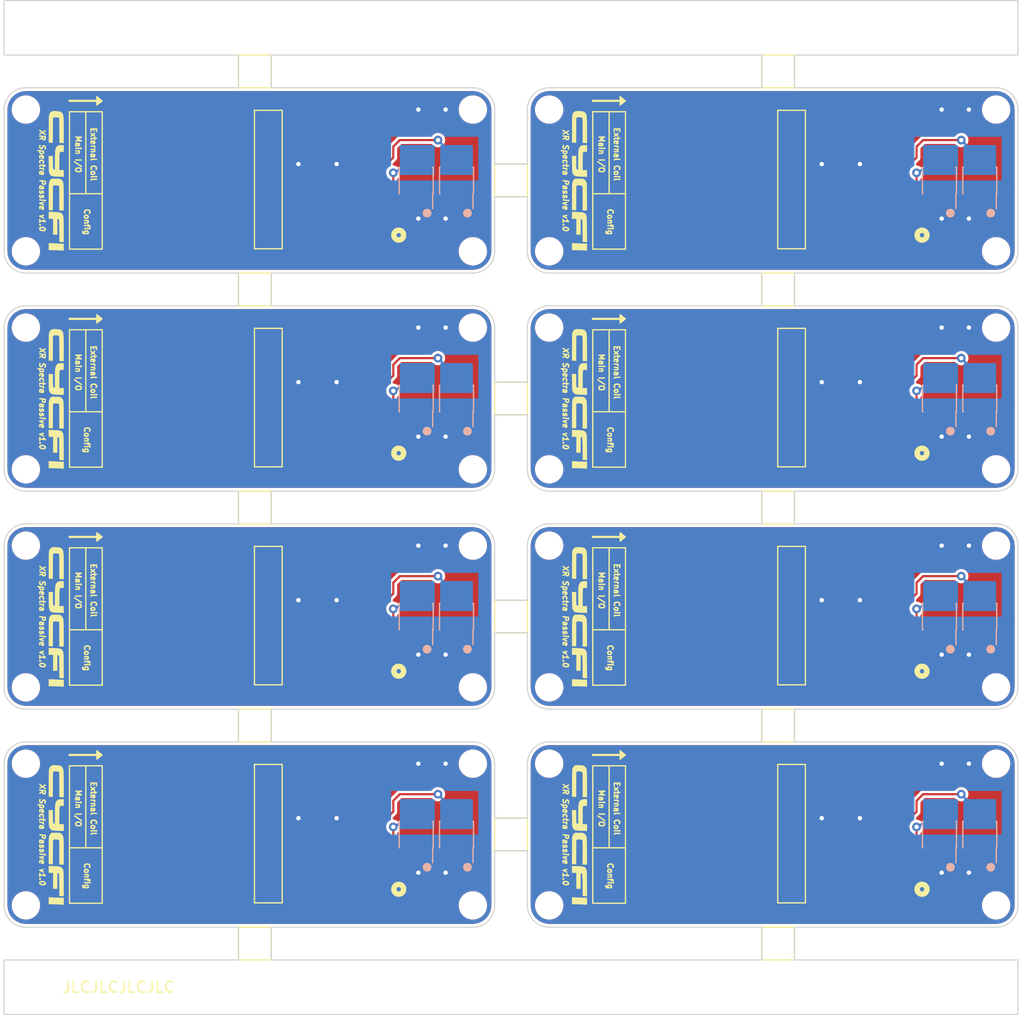
<source format=kicad_pcb>
(kicad_pcb (version 20171130) (host pcbnew "(5.1.10-1-10_14)")
  (layers (0 F.Cu signal) (31 B.Cu signal) (34 B.Paste user) (35 F.Paste user) (36 B.SilkS user) (37 F.SilkS user) (38 B.Mask user) (39 F.Mask user) (44 Edge.Cuts user))
  (net 0 "")
  (net 1 GND)
  (net 2 ext_coil+)
  (net 3 ext_coil-)
  (net 4 int_coil+)
  (net 5 out-)
  (module cycfi_library:mounting_hole_st1.9 (layer F.Cu) (at 69 143.5)
    (fp_text reference REF** hide)
    (fp_text value mounting_hole_st1.9)
    (pad "" np_thru_hole circle (at 0 0) (size 2 2) (drill 2) (layers *.Cu *.Mask))
  )
  (module cycfi_library:mounting_hole_st1.9 (layer F.Cu) (at 158 143.5)
    (fp_text reference REF** hide)
    (fp_text value mounting_hole_st1.9)
    (pad "" np_thru_hole circle (at 0 0) (size 2 2) (drill 2) (layers *.Cu *.Mask))
  )
  (module cycfi_library:mounting_hole_st1.9 (layer F.Cu) (at 158 55.5)
    (fp_text reference REF** hide)
    (fp_text value mounting_hole_st1.9)
    (pad "" np_thru_hole circle (at 0 0) (size 2 2) (drill 2) (layers *.Cu *.Mask))
  )
  (module cycfi_library:mounting_hole_st1.9 (layer F.Cu) (at 69 55.5)
    (fp_text reference REF** hide)
    (fp_text value mounting_hole_st1.9)
    (pad "" np_thru_hole circle (at 0 0) (size 2 2) (drill 2) (layers *.Cu *.Mask))
  )
  (module cycfi_library:mouse-bite-3mm-slot-one-side (layer F.Cu) (at 138 59.5)
    (fp_text reference mouse-bite-3mm-slot hide)
    (fp_text value VAL** hide)
    (pad "" np_thru_hole circle (at 0.75 1.15) (size 0.5 0.5) (drill 0.5) (layers *.Cu *.Mask))
    (pad "" np_thru_hole circle (at -0.75 1.15) (size 0.5 0.5) (drill 0.5) (layers *.Cu *.Mask))
    (pad "" np_thru_hole circle (at 0 1.15) (size 0.5 0.5) (drill 0.5) (layers *.Cu *.Mask))
  )
  (module cycfi_library:mouse-bite-3mm-slot-one-side (layer F.Cu) (at 90 59.5)
    (fp_text reference mouse-bite-3mm-slot hide)
    (fp_text value VAL** hide)
    (pad "" np_thru_hole circle (at 0 1.15) (size 0.5 0.5) (drill 0.5) (layers *.Cu *.Mask))
    (pad "" np_thru_hole circle (at -0.75 1.15) (size 0.5 0.5) (drill 0.5) (layers *.Cu *.Mask))
    (pad "" np_thru_hole circle (at 0.75 1.15) (size 0.5 0.5) (drill 0.5) (layers *.Cu *.Mask))
  )
  (module cycfi_library:mouse-bite-3mm-slot (layer F.Cu) (at 113.5 129.5 270)
    (fp_text reference mouse-bite-3mm-slot hide)
    (fp_text value VAL** hide)
    (pad "" np_thru_hole circle (at 0 -1.15 270) (size 0.5 0.5) (drill 0.5) (layers *.Cu *.Mask))
    (pad "" np_thru_hole circle (at 0 1.15 270) (size 0.5 0.5) (drill 0.5) (layers *.Cu *.Mask))
    (pad "" np_thru_hole circle (at 0.75 -1.15 270) (size 0.5 0.5) (drill 0.5) (layers *.Cu *.Mask))
    (pad "" np_thru_hole circle (at -0.75 -1.15 270) (size 0.5 0.5) (drill 0.5) (layers *.Cu *.Mask))
    (pad "" np_thru_hole circle (at -0.75 1.15 270) (size 0.5 0.5) (drill 0.5) (layers *.Cu *.Mask))
    (pad "" np_thru_hole circle (at 0.75 1.15 270) (size 0.5 0.5) (drill 0.5) (layers *.Cu *.Mask))
  )
  (module cycfi_library:mouse-bite-3mm-slot (layer F.Cu) (at 113.5 109.5 270)
    (fp_text reference mouse-bite-3mm-slot hide)
    (fp_text value VAL** hide)
    (pad "" np_thru_hole circle (at 0 -1.15 270) (size 0.5 0.5) (drill 0.5) (layers *.Cu *.Mask))
    (pad "" np_thru_hole circle (at 0 1.15 270) (size 0.5 0.5) (drill 0.5) (layers *.Cu *.Mask))
    (pad "" np_thru_hole circle (at 0.75 -1.15 270) (size 0.5 0.5) (drill 0.5) (layers *.Cu *.Mask))
    (pad "" np_thru_hole circle (at -0.75 -1.15 270) (size 0.5 0.5) (drill 0.5) (layers *.Cu *.Mask))
    (pad "" np_thru_hole circle (at -0.75 1.15 270) (size 0.5 0.5) (drill 0.5) (layers *.Cu *.Mask))
    (pad "" np_thru_hole circle (at 0.75 1.15 270) (size 0.5 0.5) (drill 0.5) (layers *.Cu *.Mask))
  )
  (module cycfi_library:mouse-bite-3mm-slot (layer F.Cu) (at 113.5 89.5 270)
    (fp_text reference mouse-bite-3mm-slot hide)
    (fp_text value VAL** hide)
    (pad "" np_thru_hole circle (at 0 -1.15 270) (size 0.5 0.5) (drill 0.5) (layers *.Cu *.Mask))
    (pad "" np_thru_hole circle (at 0 1.15 270) (size 0.5 0.5) (drill 0.5) (layers *.Cu *.Mask))
    (pad "" np_thru_hole circle (at 0.75 -1.15 270) (size 0.5 0.5) (drill 0.5) (layers *.Cu *.Mask))
    (pad "" np_thru_hole circle (at -0.75 -1.15 270) (size 0.5 0.5) (drill 0.5) (layers *.Cu *.Mask))
    (pad "" np_thru_hole circle (at -0.75 1.15 270) (size 0.5 0.5) (drill 0.5) (layers *.Cu *.Mask))
    (pad "" np_thru_hole circle (at 0.75 1.15 270) (size 0.5 0.5) (drill 0.5) (layers *.Cu *.Mask))
  )
  (module cycfi_library:mouse-bite-3mm-slot (layer F.Cu) (at 138 139.5)
    (fp_text reference mouse-bite-3mm-slot hide)
    (fp_text value VAL** hide)
    (pad "" np_thru_hole circle (at 0.75 1.15) (size 0.5 0.5) (drill 0.5) (layers *.Cu *.Mask))
    (pad "" np_thru_hole circle (at -0.75 1.15) (size 0.5 0.5) (drill 0.5) (layers *.Cu *.Mask))
    (pad "" np_thru_hole circle (at -0.75 -1.15) (size 0.5 0.5) (drill 0.5) (layers *.Cu *.Mask))
    (pad "" np_thru_hole circle (at 0.75 -1.15) (size 0.5 0.5) (drill 0.5) (layers *.Cu *.Mask))
    (pad "" np_thru_hole circle (at 0 1.15) (size 0.5 0.5) (drill 0.5) (layers *.Cu *.Mask))
    (pad "" np_thru_hole circle (at 0 -1.15) (size 0.5 0.5) (drill 0.5) (layers *.Cu *.Mask))
  )
  (module cycfi_library:mouse-bite-3mm-slot (layer F.Cu) (at 90 139.5)
    (fp_text reference mouse-bite-3mm-slot hide)
    (fp_text value VAL** hide)
    (pad "" np_thru_hole circle (at 0.75 1.15) (size 0.5 0.5) (drill 0.5) (layers *.Cu *.Mask))
    (pad "" np_thru_hole circle (at -0.75 1.15) (size 0.5 0.5) (drill 0.5) (layers *.Cu *.Mask))
    (pad "" np_thru_hole circle (at -0.75 -1.15) (size 0.5 0.5) (drill 0.5) (layers *.Cu *.Mask))
    (pad "" np_thru_hole circle (at 0.75 -1.15) (size 0.5 0.5) (drill 0.5) (layers *.Cu *.Mask))
    (pad "" np_thru_hole circle (at 0 1.15) (size 0.5 0.5) (drill 0.5) (layers *.Cu *.Mask))
    (pad "" np_thru_hole circle (at 0 -1.15) (size 0.5 0.5) (drill 0.5) (layers *.Cu *.Mask))
  )
  (module cycfi_library:mouse-bite-3mm-slot (layer F.Cu) (at 138 119.5)
    (fp_text reference mouse-bite-3mm-slot hide)
    (fp_text value VAL** hide)
    (pad "" np_thru_hole circle (at 0.75 1.15) (size 0.5 0.5) (drill 0.5) (layers *.Cu *.Mask))
    (pad "" np_thru_hole circle (at -0.75 1.15) (size 0.5 0.5) (drill 0.5) (layers *.Cu *.Mask))
    (pad "" np_thru_hole circle (at -0.75 -1.15) (size 0.5 0.5) (drill 0.5) (layers *.Cu *.Mask))
    (pad "" np_thru_hole circle (at 0.75 -1.15) (size 0.5 0.5) (drill 0.5) (layers *.Cu *.Mask))
    (pad "" np_thru_hole circle (at 0 1.15) (size 0.5 0.5) (drill 0.5) (layers *.Cu *.Mask))
    (pad "" np_thru_hole circle (at 0 -1.15) (size 0.5 0.5) (drill 0.5) (layers *.Cu *.Mask))
  )
  (module cycfi_library:mouse-bite-3mm-slot (layer F.Cu) (at 90 119.5)
    (fp_text reference mouse-bite-3mm-slot hide)
    (fp_text value VAL** hide)
    (pad "" np_thru_hole circle (at 0.75 1.15) (size 0.5 0.5) (drill 0.5) (layers *.Cu *.Mask))
    (pad "" np_thru_hole circle (at -0.75 1.15) (size 0.5 0.5) (drill 0.5) (layers *.Cu *.Mask))
    (pad "" np_thru_hole circle (at -0.75 -1.15) (size 0.5 0.5) (drill 0.5) (layers *.Cu *.Mask))
    (pad "" np_thru_hole circle (at 0.75 -1.15) (size 0.5 0.5) (drill 0.5) (layers *.Cu *.Mask))
    (pad "" np_thru_hole circle (at 0 1.15) (size 0.5 0.5) (drill 0.5) (layers *.Cu *.Mask))
    (pad "" np_thru_hole circle (at 0 -1.15) (size 0.5 0.5) (drill 0.5) (layers *.Cu *.Mask))
  )
  (module cycfi_library:mouse-bite-3mm-slot (layer F.Cu) (at 138 99.5)
    (fp_text reference mouse-bite-3mm-slot hide)
    (fp_text value VAL** hide)
    (pad "" np_thru_hole circle (at 0.75 1.15) (size 0.5 0.5) (drill 0.5) (layers *.Cu *.Mask))
    (pad "" np_thru_hole circle (at -0.75 1.15) (size 0.5 0.5) (drill 0.5) (layers *.Cu *.Mask))
    (pad "" np_thru_hole circle (at -0.75 -1.15) (size 0.5 0.5) (drill 0.5) (layers *.Cu *.Mask))
    (pad "" np_thru_hole circle (at 0.75 -1.15) (size 0.5 0.5) (drill 0.5) (layers *.Cu *.Mask))
    (pad "" np_thru_hole circle (at 0 1.15) (size 0.5 0.5) (drill 0.5) (layers *.Cu *.Mask))
    (pad "" np_thru_hole circle (at 0 -1.15) (size 0.5 0.5) (drill 0.5) (layers *.Cu *.Mask))
  )
  (module cycfi_library:mouse-bite-3mm-slot (layer F.Cu) (at 90 99.5)
    (fp_text reference mouse-bite-3mm-slot hide)
    (fp_text value VAL** hide)
    (pad "" np_thru_hole circle (at 0.75 1.15) (size 0.5 0.5) (drill 0.5) (layers *.Cu *.Mask))
    (pad "" np_thru_hole circle (at -0.75 1.15) (size 0.5 0.5) (drill 0.5) (layers *.Cu *.Mask))
    (pad "" np_thru_hole circle (at -0.75 -1.15) (size 0.5 0.5) (drill 0.5) (layers *.Cu *.Mask))
    (pad "" np_thru_hole circle (at 0.75 -1.15) (size 0.5 0.5) (drill 0.5) (layers *.Cu *.Mask))
    (pad "" np_thru_hole circle (at 0 1.15) (size 0.5 0.5) (drill 0.5) (layers *.Cu *.Mask))
    (pad "" np_thru_hole circle (at 0 -1.15) (size 0.5 0.5) (drill 0.5) (layers *.Cu *.Mask))
  )
  (module cycfi_library:mouse-bite-3mm-slot (layer F.Cu) (at 138 79.5)
    (fp_text reference mouse-bite-3mm-slot hide)
    (fp_text value VAL** hide)
    (pad "" np_thru_hole circle (at 0.75 1.15) (size 0.5 0.5) (drill 0.5) (layers *.Cu *.Mask))
    (pad "" np_thru_hole circle (at -0.75 1.15) (size 0.5 0.5) (drill 0.5) (layers *.Cu *.Mask))
    (pad "" np_thru_hole circle (at -0.75 -1.15) (size 0.5 0.5) (drill 0.5) (layers *.Cu *.Mask))
    (pad "" np_thru_hole circle (at 0.75 -1.15) (size 0.5 0.5) (drill 0.5) (layers *.Cu *.Mask))
    (pad "" np_thru_hole circle (at 0 1.15) (size 0.5 0.5) (drill 0.5) (layers *.Cu *.Mask))
    (pad "" np_thru_hole circle (at 0 -1.15) (size 0.5 0.5) (drill 0.5) (layers *.Cu *.Mask))
  )
  (module cycfi_library:pin_header_2x5p_2.54mm_smd_horizontal (layer F.Cu) (at 146.5 129.42 180)
    (fp_text reference J1 hide)
    (fp_text value i/O)
    (pad 10 smd rect (at 2.83 -5.08 180) (size 3.17 1.02) (layers F.Cu F.Paste F.Mask) (net 2 ext_coil+))
    (pad 9 smd rect (at 2.83 -2.54 180) (size 3.17 1.02) (layers F.Cu F.Paste F.Mask) (net 4 int_coil+))
    (pad 8 smd rect (at 2.83 0 180) (size 3.17 1.02) (layers F.Cu F.Paste F.Mask) (net 5 out-))
    (pad 7 smd rect (at 2.83 2.54 180) (size 3.17 1.02) (layers F.Cu F.Paste F.Mask) (net 1 GND))
    (pad 6 smd rect (at 2.83 5.08 180) (size 3.17 1.02) (layers F.Cu F.Paste F.Mask) (net 2 ext_coil+))
    (pad 5 smd rect (at -2 5.08 180) (size 3.17 1.02) (layers F.Cu F.Paste F.Mask) (net 2 ext_coil+))
    (pad 4 smd rect (at -2 2.54 180) (size 3.17 1.02) (layers F.Cu F.Paste F.Mask) (net 1 GND))
    (pad 3 smd rect (at -2 0 180) (size 3.17 1.02) (layers F.Cu F.Paste F.Mask) (net 3 ext_coil-))
    (pad 2 smd rect (at -2 -2.54 180) (size 3.17 1.02) (layers F.Cu F.Paste F.Mask) (net 3 ext_coil-))
    (pad 1 smd rect (at -2 -5.08 180) (size 3.17 1.02) (layers F.Cu F.Paste F.Mask) (net 5 out-))
  )
  (module cycfi_library:pin_header_2x5p_2.54mm_smd_horizontal (layer F.Cu) (at 98.5 129.42 180)
    (fp_text reference J1 hide)
    (fp_text value i/O)
    (pad 10 smd rect (at 2.83 -5.08 180) (size 3.17 1.02) (layers F.Cu F.Paste F.Mask) (net 2 ext_coil+))
    (pad 9 smd rect (at 2.83 -2.54 180) (size 3.17 1.02) (layers F.Cu F.Paste F.Mask) (net 4 int_coil+))
    (pad 8 smd rect (at 2.83 0 180) (size 3.17 1.02) (layers F.Cu F.Paste F.Mask) (net 5 out-))
    (pad 7 smd rect (at 2.83 2.54 180) (size 3.17 1.02) (layers F.Cu F.Paste F.Mask) (net 1 GND))
    (pad 6 smd rect (at 2.83 5.08 180) (size 3.17 1.02) (layers F.Cu F.Paste F.Mask) (net 2 ext_coil+))
    (pad 5 smd rect (at -2 5.08 180) (size 3.17 1.02) (layers F.Cu F.Paste F.Mask) (net 2 ext_coil+))
    (pad 4 smd rect (at -2 2.54 180) (size 3.17 1.02) (layers F.Cu F.Paste F.Mask) (net 1 GND))
    (pad 3 smd rect (at -2 0 180) (size 3.17 1.02) (layers F.Cu F.Paste F.Mask) (net 3 ext_coil-))
    (pad 2 smd rect (at -2 -2.54 180) (size 3.17 1.02) (layers F.Cu F.Paste F.Mask) (net 3 ext_coil-))
    (pad 1 smd rect (at -2 -5.08 180) (size 3.17 1.02) (layers F.Cu F.Paste F.Mask) (net 5 out-))
  )
  (module cycfi_library:pin_header_2x5p_2.54mm_smd_horizontal (layer F.Cu) (at 146.5 109.42 180)
    (fp_text reference J1 hide)
    (fp_text value i/O)
    (pad 10 smd rect (at 2.83 -5.08 180) (size 3.17 1.02) (layers F.Cu F.Paste F.Mask) (net 2 ext_coil+))
    (pad 9 smd rect (at 2.83 -2.54 180) (size 3.17 1.02) (layers F.Cu F.Paste F.Mask) (net 4 int_coil+))
    (pad 8 smd rect (at 2.83 0 180) (size 3.17 1.02) (layers F.Cu F.Paste F.Mask) (net 5 out-))
    (pad 7 smd rect (at 2.83 2.54 180) (size 3.17 1.02) (layers F.Cu F.Paste F.Mask) (net 1 GND))
    (pad 6 smd rect (at 2.83 5.08 180) (size 3.17 1.02) (layers F.Cu F.Paste F.Mask) (net 2 ext_coil+))
    (pad 5 smd rect (at -2 5.08 180) (size 3.17 1.02) (layers F.Cu F.Paste F.Mask) (net 2 ext_coil+))
    (pad 4 smd rect (at -2 2.54 180) (size 3.17 1.02) (layers F.Cu F.Paste F.Mask) (net 1 GND))
    (pad 3 smd rect (at -2 0 180) (size 3.17 1.02) (layers F.Cu F.Paste F.Mask) (net 3 ext_coil-))
    (pad 2 smd rect (at -2 -2.54 180) (size 3.17 1.02) (layers F.Cu F.Paste F.Mask) (net 3 ext_coil-))
    (pad 1 smd rect (at -2 -5.08 180) (size 3.17 1.02) (layers F.Cu F.Paste F.Mask) (net 5 out-))
  )
  (module cycfi_library:pin_header_2x5p_2.54mm_smd_horizontal (layer F.Cu) (at 98.5 109.42 180)
    (fp_text reference J1 hide)
    (fp_text value i/O)
    (pad 10 smd rect (at 2.83 -5.08 180) (size 3.17 1.02) (layers F.Cu F.Paste F.Mask) (net 2 ext_coil+))
    (pad 9 smd rect (at 2.83 -2.54 180) (size 3.17 1.02) (layers F.Cu F.Paste F.Mask) (net 4 int_coil+))
    (pad 8 smd rect (at 2.83 0 180) (size 3.17 1.02) (layers F.Cu F.Paste F.Mask) (net 5 out-))
    (pad 7 smd rect (at 2.83 2.54 180) (size 3.17 1.02) (layers F.Cu F.Paste F.Mask) (net 1 GND))
    (pad 6 smd rect (at 2.83 5.08 180) (size 3.17 1.02) (layers F.Cu F.Paste F.Mask) (net 2 ext_coil+))
    (pad 5 smd rect (at -2 5.08 180) (size 3.17 1.02) (layers F.Cu F.Paste F.Mask) (net 2 ext_coil+))
    (pad 4 smd rect (at -2 2.54 180) (size 3.17 1.02) (layers F.Cu F.Paste F.Mask) (net 1 GND))
    (pad 3 smd rect (at -2 0 180) (size 3.17 1.02) (layers F.Cu F.Paste F.Mask) (net 3 ext_coil-))
    (pad 2 smd rect (at -2 -2.54 180) (size 3.17 1.02) (layers F.Cu F.Paste F.Mask) (net 3 ext_coil-))
    (pad 1 smd rect (at -2 -5.08 180) (size 3.17 1.02) (layers F.Cu F.Paste F.Mask) (net 5 out-))
  )
  (module cycfi_library:pin_header_2x5p_2.54mm_smd_horizontal (layer F.Cu) (at 146.5 89.42 180)
    (fp_text reference J1 hide)
    (fp_text value i/O)
    (pad 10 smd rect (at 2.83 -5.08 180) (size 3.17 1.02) (layers F.Cu F.Paste F.Mask) (net 2 ext_coil+))
    (pad 9 smd rect (at 2.83 -2.54 180) (size 3.17 1.02) (layers F.Cu F.Paste F.Mask) (net 4 int_coil+))
    (pad 8 smd rect (at 2.83 0 180) (size 3.17 1.02) (layers F.Cu F.Paste F.Mask) (net 5 out-))
    (pad 7 smd rect (at 2.83 2.54 180) (size 3.17 1.02) (layers F.Cu F.Paste F.Mask) (net 1 GND))
    (pad 6 smd rect (at 2.83 5.08 180) (size 3.17 1.02) (layers F.Cu F.Paste F.Mask) (net 2 ext_coil+))
    (pad 5 smd rect (at -2 5.08 180) (size 3.17 1.02) (layers F.Cu F.Paste F.Mask) (net 2 ext_coil+))
    (pad 4 smd rect (at -2 2.54 180) (size 3.17 1.02) (layers F.Cu F.Paste F.Mask) (net 1 GND))
    (pad 3 smd rect (at -2 0 180) (size 3.17 1.02) (layers F.Cu F.Paste F.Mask) (net 3 ext_coil-))
    (pad 2 smd rect (at -2 -2.54 180) (size 3.17 1.02) (layers F.Cu F.Paste F.Mask) (net 3 ext_coil-))
    (pad 1 smd rect (at -2 -5.08 180) (size 3.17 1.02) (layers F.Cu F.Paste F.Mask) (net 5 out-))
  )
  (module cycfi_library:pin_header_2x5p_2.54mm_smd_horizontal (layer F.Cu) (at 98.5 89.42 180)
    (fp_text reference J1 hide)
    (fp_text value i/O)
    (pad 10 smd rect (at 2.83 -5.08 180) (size 3.17 1.02) (layers F.Cu F.Paste F.Mask) (net 2 ext_coil+))
    (pad 9 smd rect (at 2.83 -2.54 180) (size 3.17 1.02) (layers F.Cu F.Paste F.Mask) (net 4 int_coil+))
    (pad 8 smd rect (at 2.83 0 180) (size 3.17 1.02) (layers F.Cu F.Paste F.Mask) (net 5 out-))
    (pad 7 smd rect (at 2.83 2.54 180) (size 3.17 1.02) (layers F.Cu F.Paste F.Mask) (net 1 GND))
    (pad 6 smd rect (at 2.83 5.08 180) (size 3.17 1.02) (layers F.Cu F.Paste F.Mask) (net 2 ext_coil+))
    (pad 5 smd rect (at -2 5.08 180) (size 3.17 1.02) (layers F.Cu F.Paste F.Mask) (net 2 ext_coil+))
    (pad 4 smd rect (at -2 2.54 180) (size 3.17 1.02) (layers F.Cu F.Paste F.Mask) (net 1 GND))
    (pad 3 smd rect (at -2 0 180) (size 3.17 1.02) (layers F.Cu F.Paste F.Mask) (net 3 ext_coil-))
    (pad 2 smd rect (at -2 -2.54 180) (size 3.17 1.02) (layers F.Cu F.Paste F.Mask) (net 3 ext_coil-))
    (pad 1 smd rect (at -2 -5.08 180) (size 3.17 1.02) (layers F.Cu F.Paste F.Mask) (net 5 out-))
  )
  (module cycfi_library:pin_header_2x5p_2.54mm_smd_horizontal (layer F.Cu) (at 146.5 69.42 180)
    (fp_text reference J1 hide)
    (fp_text value i/O)
    (pad 10 smd rect (at 2.83 -5.08 180) (size 3.17 1.02) (layers F.Cu F.Paste F.Mask) (net 2 ext_coil+))
    (pad 9 smd rect (at 2.83 -2.54 180) (size 3.17 1.02) (layers F.Cu F.Paste F.Mask) (net 4 int_coil+))
    (pad 8 smd rect (at 2.83 0 180) (size 3.17 1.02) (layers F.Cu F.Paste F.Mask) (net 5 out-))
    (pad 7 smd rect (at 2.83 2.54 180) (size 3.17 1.02) (layers F.Cu F.Paste F.Mask) (net 1 GND))
    (pad 6 smd rect (at 2.83 5.08 180) (size 3.17 1.02) (layers F.Cu F.Paste F.Mask) (net 2 ext_coil+))
    (pad 5 smd rect (at -2 5.08 180) (size 3.17 1.02) (layers F.Cu F.Paste F.Mask) (net 2 ext_coil+))
    (pad 4 smd rect (at -2 2.54 180) (size 3.17 1.02) (layers F.Cu F.Paste F.Mask) (net 1 GND))
    (pad 3 smd rect (at -2 0 180) (size 3.17 1.02) (layers F.Cu F.Paste F.Mask) (net 3 ext_coil-))
    (pad 2 smd rect (at -2 -2.54 180) (size 3.17 1.02) (layers F.Cu F.Paste F.Mask) (net 3 ext_coil-))
    (pad 1 smd rect (at -2 -5.08 180) (size 3.17 1.02) (layers F.Cu F.Paste F.Mask) (net 5 out-))
  )
  (module cycfi_library:pin_socket_2x3p_1.00mm_smd_vertical (layer B.Cu) (at 156.5 129.5 90)
    (fp_text reference J2 hide)
    (fp_text value "Conn 1")
    (pad 4 smd rect (at 1.6 -1 90) (size 1.6 0.6) (layers B.Cu B.Paste B.Mask) (net 4 int_coil+))
    (pad 3 smd rect (at -1.6 -1 90) (size 1.6 0.6) (layers B.Cu B.Paste B.Mask) (net 1 GND))
    (pad 5 smd rect (at 1.6 0 90) (size 1.6 0.6) (layers B.Cu B.Paste B.Mask) (net 4 int_coil+))
    (pad 2 smd rect (at -1.6 0 90) (size 1.6 0.6) (layers B.Cu B.Paste B.Mask) (net 1 GND))
    (pad 6 smd rect (at 1.6 1 90) (size 1.6 0.6) (layers B.Cu B.Paste B.Mask) (net 4 int_coil+))
    (pad 1 smd rect (at -1.6 1 90) (size 1.6 0.6) (layers B.Cu B.Paste B.Mask) (net 1 GND))
  )
  (module cycfi_library:pin_socket_2x3p_1.00mm_smd_vertical (layer B.Cu) (at 108.5 129.5 90)
    (fp_text reference J2 hide)
    (fp_text value "Conn 1")
    (pad 4 smd rect (at 1.6 -1 90) (size 1.6 0.6) (layers B.Cu B.Paste B.Mask) (net 4 int_coil+))
    (pad 3 smd rect (at -1.6 -1 90) (size 1.6 0.6) (layers B.Cu B.Paste B.Mask) (net 1 GND))
    (pad 5 smd rect (at 1.6 0 90) (size 1.6 0.6) (layers B.Cu B.Paste B.Mask) (net 4 int_coil+))
    (pad 2 smd rect (at -1.6 0 90) (size 1.6 0.6) (layers B.Cu B.Paste B.Mask) (net 1 GND))
    (pad 6 smd rect (at 1.6 1 90) (size 1.6 0.6) (layers B.Cu B.Paste B.Mask) (net 4 int_coil+))
    (pad 1 smd rect (at -1.6 1 90) (size 1.6 0.6) (layers B.Cu B.Paste B.Mask) (net 1 GND))
  )
  (module cycfi_library:pin_socket_2x3p_1.00mm_smd_vertical (layer B.Cu) (at 156.5 109.5 90)
    (fp_text reference J2 hide)
    (fp_text value "Conn 1")
    (pad 4 smd rect (at 1.6 -1 90) (size 1.6 0.6) (layers B.Cu B.Paste B.Mask) (net 4 int_coil+))
    (pad 3 smd rect (at -1.6 -1 90) (size 1.6 0.6) (layers B.Cu B.Paste B.Mask) (net 1 GND))
    (pad 5 smd rect (at 1.6 0 90) (size 1.6 0.6) (layers B.Cu B.Paste B.Mask) (net 4 int_coil+))
    (pad 2 smd rect (at -1.6 0 90) (size 1.6 0.6) (layers B.Cu B.Paste B.Mask) (net 1 GND))
    (pad 6 smd rect (at 1.6 1 90) (size 1.6 0.6) (layers B.Cu B.Paste B.Mask) (net 4 int_coil+))
    (pad 1 smd rect (at -1.6 1 90) (size 1.6 0.6) (layers B.Cu B.Paste B.Mask) (net 1 GND))
  )
  (module cycfi_library:pin_socket_2x3p_1.00mm_smd_vertical (layer B.Cu) (at 108.5 109.5 90)
    (fp_text reference J2 hide)
    (fp_text value "Conn 1")
    (pad 4 smd rect (at 1.6 -1 90) (size 1.6 0.6) (layers B.Cu B.Paste B.Mask) (net 4 int_coil+))
    (pad 3 smd rect (at -1.6 -1 90) (size 1.6 0.6) (layers B.Cu B.Paste B.Mask) (net 1 GND))
    (pad 5 smd rect (at 1.6 0 90) (size 1.6 0.6) (layers B.Cu B.Paste B.Mask) (net 4 int_coil+))
    (pad 2 smd rect (at -1.6 0 90) (size 1.6 0.6) (layers B.Cu B.Paste B.Mask) (net 1 GND))
    (pad 6 smd rect (at 1.6 1 90) (size 1.6 0.6) (layers B.Cu B.Paste B.Mask) (net 4 int_coil+))
    (pad 1 smd rect (at -1.6 1 90) (size 1.6 0.6) (layers B.Cu B.Paste B.Mask) (net 1 GND))
  )
  (module cycfi_library:pin_socket_2x3p_1.00mm_smd_vertical (layer B.Cu) (at 156.5 89.5 90)
    (fp_text reference J2 hide)
    (fp_text value "Conn 1")
    (pad 4 smd rect (at 1.6 -1 90) (size 1.6 0.6) (layers B.Cu B.Paste B.Mask) (net 4 int_coil+))
    (pad 3 smd rect (at -1.6 -1 90) (size 1.6 0.6) (layers B.Cu B.Paste B.Mask) (net 1 GND))
    (pad 5 smd rect (at 1.6 0 90) (size 1.6 0.6) (layers B.Cu B.Paste B.Mask) (net 4 int_coil+))
    (pad 2 smd rect (at -1.6 0 90) (size 1.6 0.6) (layers B.Cu B.Paste B.Mask) (net 1 GND))
    (pad 6 smd rect (at 1.6 1 90) (size 1.6 0.6) (layers B.Cu B.Paste B.Mask) (net 4 int_coil+))
    (pad 1 smd rect (at -1.6 1 90) (size 1.6 0.6) (layers B.Cu B.Paste B.Mask) (net 1 GND))
  )
  (module cycfi_library:pin_socket_2x3p_1.00mm_smd_vertical (layer B.Cu) (at 108.5 89.5 90)
    (fp_text reference J2 hide)
    (fp_text value "Conn 1")
    (pad 4 smd rect (at 1.6 -1 90) (size 1.6 0.6) (layers B.Cu B.Paste B.Mask) (net 4 int_coil+))
    (pad 3 smd rect (at -1.6 -1 90) (size 1.6 0.6) (layers B.Cu B.Paste B.Mask) (net 1 GND))
    (pad 5 smd rect (at 1.6 0 90) (size 1.6 0.6) (layers B.Cu B.Paste B.Mask) (net 4 int_coil+))
    (pad 2 smd rect (at -1.6 0 90) (size 1.6 0.6) (layers B.Cu B.Paste B.Mask) (net 1 GND))
    (pad 6 smd rect (at 1.6 1 90) (size 1.6 0.6) (layers B.Cu B.Paste B.Mask) (net 4 int_coil+))
    (pad 1 smd rect (at -1.6 1 90) (size 1.6 0.6) (layers B.Cu B.Paste B.Mask) (net 1 GND))
  )
  (module cycfi_library:pin_socket_2x3p_1.00mm_smd_vertical (layer B.Cu) (at 156.5 69.5 90)
    (fp_text reference J2 hide)
    (fp_text value "Conn 1")
    (pad 4 smd rect (at 1.6 -1 90) (size 1.6 0.6) (layers B.Cu B.Paste B.Mask) (net 4 int_coil+))
    (pad 3 smd rect (at -1.6 -1 90) (size 1.6 0.6) (layers B.Cu B.Paste B.Mask) (net 1 GND))
    (pad 5 smd rect (at 1.6 0 90) (size 1.6 0.6) (layers B.Cu B.Paste B.Mask) (net 4 int_coil+))
    (pad 2 smd rect (at -1.6 0 90) (size 1.6 0.6) (layers B.Cu B.Paste B.Mask) (net 1 GND))
    (pad 6 smd rect (at 1.6 1 90) (size 1.6 0.6) (layers B.Cu B.Paste B.Mask) (net 4 int_coil+))
    (pad 1 smd rect (at -1.6 1 90) (size 1.6 0.6) (layers B.Cu B.Paste B.Mask) (net 1 GND))
  )
  (module cycfi_library:cycfi-logo-12mm (layer F.Cu) (at 119.75 129.5 270)
    (fp_text reference G*** hide)
    (fp_text value LOGO hide)
  )
  (module cycfi_library:cycfi-logo-12mm (layer F.Cu) (at 71.75 129.5 270)
    (fp_text reference G*** hide)
    (fp_text value LOGO hide)
  )
  (module cycfi_library:cycfi-logo-12mm (layer F.Cu) (at 119.75 109.5 270)
    (fp_text reference G*** hide)
    (fp_text value LOGO hide)
  )
  (module cycfi_library:cycfi-logo-12mm (layer F.Cu) (at 71.75 109.5 270)
    (fp_text reference G*** hide)
    (fp_text value LOGO hide)
  )
  (module cycfi_library:cycfi-logo-12mm (layer F.Cu) (at 119.75 89.5 270)
    (fp_text reference G*** hide)
    (fp_text value LOGO hide)
  )
  (module cycfi_library:cycfi-logo-12mm (layer F.Cu) (at 71.75 89.5 270)
    (fp_text reference G*** hide)
    (fp_text value LOGO hide)
  )
  (module cycfi_library:cycfi-logo-12mm (layer F.Cu) (at 119.75 69.5 270)
    (fp_text reference G*** hide)
    (fp_text value LOGO hide)
  )
  (module cycfi_library:mounting_hole_2.1mm (layer B.Cu) (at 117 123)
    (fp_text reference H1 hide)
    (fp_text value MountingHole)
    (pad "" np_thru_hole circle (at 0 0) (size 2.1 2.1) (drill 2.1) (layers *.Cu *.Mask))
  )
  (module cycfi_library:mounting_hole_2.1mm (layer B.Cu) (at 69 123)
    (fp_text reference H1 hide)
    (fp_text value MountingHole)
    (pad "" np_thru_hole circle (at 0 0) (size 2.1 2.1) (drill 2.1) (layers *.Cu *.Mask))
  )
  (module cycfi_library:mounting_hole_2.1mm (layer B.Cu) (at 117 103)
    (fp_text reference H1 hide)
    (fp_text value MountingHole)
    (pad "" np_thru_hole circle (at 0 0) (size 2.1 2.1) (drill 2.1) (layers *.Cu *.Mask))
  )
  (module cycfi_library:mounting_hole_2.1mm (layer B.Cu) (at 69 103)
    (fp_text reference H1 hide)
    (fp_text value MountingHole)
    (pad "" np_thru_hole circle (at 0 0) (size 2.1 2.1) (drill 2.1) (layers *.Cu *.Mask))
  )
  (module cycfi_library:mounting_hole_2.1mm (layer B.Cu) (at 117 83)
    (fp_text reference H1 hide)
    (fp_text value MountingHole)
    (pad "" np_thru_hole circle (at 0 0) (size 2.1 2.1) (drill 2.1) (layers *.Cu *.Mask))
  )
  (module cycfi_library:mounting_hole_2.1mm (layer B.Cu) (at 69 83)
    (fp_text reference H1 hide)
    (fp_text value MountingHole)
    (pad "" np_thru_hole circle (at 0 0) (size 2.1 2.1) (drill 2.1) (layers *.Cu *.Mask))
  )
  (module cycfi_library:mounting_hole_2.1mm (layer B.Cu) (at 117 63)
    (fp_text reference H1 hide)
    (fp_text value MountingHole)
    (pad "" np_thru_hole circle (at 0 0) (size 2.1 2.1) (drill 2.1) (layers *.Cu *.Mask))
  )
  (module cycfi_library:mounting_hole_2.1mm (layer B.Cu) (at 117 136)
    (fp_text reference H2 hide)
    (fp_text value MountingHole)
    (pad "" np_thru_hole circle (at 0 0) (size 2.1 2.1) (drill 2.1) (layers *.Cu *.Mask))
  )
  (module cycfi_library:mounting_hole_2.1mm (layer B.Cu) (at 69 136)
    (fp_text reference H2 hide)
    (fp_text value MountingHole)
    (pad "" np_thru_hole circle (at 0 0) (size 2.1 2.1) (drill 2.1) (layers *.Cu *.Mask))
  )
  (module cycfi_library:mounting_hole_2.1mm (layer B.Cu) (at 117 116)
    (fp_text reference H2 hide)
    (fp_text value MountingHole)
    (pad "" np_thru_hole circle (at 0 0) (size 2.1 2.1) (drill 2.1) (layers *.Cu *.Mask))
  )
  (module cycfi_library:mounting_hole_2.1mm (layer B.Cu) (at 69 116)
    (fp_text reference H2 hide)
    (fp_text value MountingHole)
    (pad "" np_thru_hole circle (at 0 0) (size 2.1 2.1) (drill 2.1) (layers *.Cu *.Mask))
  )
  (module cycfi_library:mounting_hole_2.1mm (layer B.Cu) (at 117 96)
    (fp_text reference H2 hide)
    (fp_text value MountingHole)
    (pad "" np_thru_hole circle (at 0 0) (size 2.1 2.1) (drill 2.1) (layers *.Cu *.Mask))
  )
  (module cycfi_library:mounting_hole_2.1mm (layer B.Cu) (at 69 96)
    (fp_text reference H2 hide)
    (fp_text value MountingHole)
    (pad "" np_thru_hole circle (at 0 0) (size 2.1 2.1) (drill 2.1) (layers *.Cu *.Mask))
  )
  (module cycfi_library:mounting_hole_2.1mm (layer B.Cu) (at 117 76)
    (fp_text reference H2 hide)
    (fp_text value MountingHole)
    (pad "" np_thru_hole circle (at 0 0) (size 2.1 2.1) (drill 2.1) (layers *.Cu *.Mask))
  )
  (module cycfi_library:mounting_hole_2.1mm (layer B.Cu) (at 158 123)
    (fp_text reference H3 hide)
    (fp_text value MountingHole)
    (pad "" np_thru_hole circle (at 0 0) (size 2.1 2.1) (drill 2.1) (layers *.Cu *.Mask))
  )
  (module cycfi_library:mounting_hole_2.1mm (layer B.Cu) (at 110 123)
    (fp_text reference H3 hide)
    (fp_text value MountingHole)
    (pad "" np_thru_hole circle (at 0 0) (size 2.1 2.1) (drill 2.1) (layers *.Cu *.Mask))
  )
  (module cycfi_library:mounting_hole_2.1mm (layer B.Cu) (at 158 103)
    (fp_text reference H3 hide)
    (fp_text value MountingHole)
    (pad "" np_thru_hole circle (at 0 0) (size 2.1 2.1) (drill 2.1) (layers *.Cu *.Mask))
  )
  (module cycfi_library:mounting_hole_2.1mm (layer B.Cu) (at 110 103)
    (fp_text reference H3 hide)
    (fp_text value MountingHole)
    (pad "" np_thru_hole circle (at 0 0) (size 2.1 2.1) (drill 2.1) (layers *.Cu *.Mask))
  )
  (module cycfi_library:mounting_hole_2.1mm (layer B.Cu) (at 158 83)
    (fp_text reference H3 hide)
    (fp_text value MountingHole)
    (pad "" np_thru_hole circle (at 0 0) (size 2.1 2.1) (drill 2.1) (layers *.Cu *.Mask))
  )
  (module cycfi_library:mounting_hole_2.1mm (layer B.Cu) (at 110 83)
    (fp_text reference H3 hide)
    (fp_text value MountingHole)
    (pad "" np_thru_hole circle (at 0 0) (size 2.1 2.1) (drill 2.1) (layers *.Cu *.Mask))
  )
  (module cycfi_library:mounting_hole_2.1mm (layer B.Cu) (at 158 63)
    (fp_text reference H3 hide)
    (fp_text value MountingHole)
    (pad "" np_thru_hole circle (at 0 0) (size 2.1 2.1) (drill 2.1) (layers *.Cu *.Mask))
  )
  (module cycfi_library:mounting_hole_2.1mm (layer B.Cu) (at 158 136)
    (fp_text reference H4 hide)
    (fp_text value MountingHole)
    (pad "" np_thru_hole circle (at 0 0) (size 2.1 2.1) (drill 2.1) (layers *.Cu *.Mask))
  )
  (module cycfi_library:mounting_hole_2.1mm (layer B.Cu) (at 110 136)
    (fp_text reference H4 hide)
    (fp_text value MountingHole)
    (pad "" np_thru_hole circle (at 0 0) (size 2.1 2.1) (drill 2.1) (layers *.Cu *.Mask))
  )
  (module cycfi_library:mounting_hole_2.1mm (layer B.Cu) (at 158 116)
    (fp_text reference H4 hide)
    (fp_text value MountingHole)
    (pad "" np_thru_hole circle (at 0 0) (size 2.1 2.1) (drill 2.1) (layers *.Cu *.Mask))
  )
  (module cycfi_library:mounting_hole_2.1mm (layer B.Cu) (at 110 116)
    (fp_text reference H4 hide)
    (fp_text value MountingHole)
    (pad "" np_thru_hole circle (at 0 0) (size 2.1 2.1) (drill 2.1) (layers *.Cu *.Mask))
  )
  (module cycfi_library:mounting_hole_2.1mm (layer B.Cu) (at 158 96)
    (fp_text reference H4 hide)
    (fp_text value MountingHole)
    (pad "" np_thru_hole circle (at 0 0) (size 2.1 2.1) (drill 2.1) (layers *.Cu *.Mask))
  )
  (module cycfi_library:mounting_hole_2.1mm (layer B.Cu) (at 110 96)
    (fp_text reference H4 hide)
    (fp_text value MountingHole)
    (pad "" np_thru_hole circle (at 0 0) (size 2.1 2.1) (drill 2.1) (layers *.Cu *.Mask))
  )
  (module cycfi_library:mounting_hole_2.1mm (layer B.Cu) (at 158 76)
    (fp_text reference H4 hide)
    (fp_text value MountingHole)
    (pad "" np_thru_hole circle (at 0 0) (size 2.1 2.1) (drill 2.1) (layers *.Cu *.Mask))
  )
  (module cycfi_library:pin_socket_2x3p_1.00mm_smd_vertical (layer B.Cu) (at 152.8 129.5 90)
    (fp_text reference J3 hide)
    (fp_text value "Conn 2")
    (pad 4 smd rect (at 1.6 -1 90) (size 1.6 0.6) (layers B.Cu B.Paste B.Mask) (net 5 out-))
    (pad 3 smd rect (at -1.6 -1 90) (size 1.6 0.6) (layers B.Cu B.Paste B.Mask) (net 1 GND))
    (pad 5 smd rect (at 1.6 0 90) (size 1.6 0.6) (layers B.Cu B.Paste B.Mask) (net 5 out-))
    (pad 2 smd rect (at -1.6 0 90) (size 1.6 0.6) (layers B.Cu B.Paste B.Mask) (net 1 GND))
    (pad 6 smd rect (at 1.6 1 90) (size 1.6 0.6) (layers B.Cu B.Paste B.Mask) (net 5 out-))
    (pad 1 smd rect (at -1.6 1 90) (size 1.6 0.6) (layers B.Cu B.Paste B.Mask) (net 1 GND))
  )
  (module cycfi_library:pin_socket_2x3p_1.00mm_smd_vertical (layer B.Cu) (at 104.8 129.5 90)
    (fp_text reference J3 hide)
    (fp_text value "Conn 2")
    (pad 4 smd rect (at 1.6 -1 90) (size 1.6 0.6) (layers B.Cu B.Paste B.Mask) (net 5 out-))
    (pad 3 smd rect (at -1.6 -1 90) (size 1.6 0.6) (layers B.Cu B.Paste B.Mask) (net 1 GND))
    (pad 5 smd rect (at 1.6 0 90) (size 1.6 0.6) (layers B.Cu B.Paste B.Mask) (net 5 out-))
    (pad 2 smd rect (at -1.6 0 90) (size 1.6 0.6) (layers B.Cu B.Paste B.Mask) (net 1 GND))
    (pad 6 smd rect (at 1.6 1 90) (size 1.6 0.6) (layers B.Cu B.Paste B.Mask) (net 5 out-))
    (pad 1 smd rect (at -1.6 1 90) (size 1.6 0.6) (layers B.Cu B.Paste B.Mask) (net 1 GND))
  )
  (module cycfi_library:pin_socket_2x3p_1.00mm_smd_vertical (layer B.Cu) (at 152.8 109.5 90)
    (fp_text reference J3 hide)
    (fp_text value "Conn 2")
    (pad 4 smd rect (at 1.6 -1 90) (size 1.6 0.6) (layers B.Cu B.Paste B.Mask) (net 5 out-))
    (pad 3 smd rect (at -1.6 -1 90) (size 1.6 0.6) (layers B.Cu B.Paste B.Mask) (net 1 GND))
    (pad 5 smd rect (at 1.6 0 90) (size 1.6 0.6) (layers B.Cu B.Paste B.Mask) (net 5 out-))
    (pad 2 smd rect (at -1.6 0 90) (size 1.6 0.6) (layers B.Cu B.Paste B.Mask) (net 1 GND))
    (pad 6 smd rect (at 1.6 1 90) (size 1.6 0.6) (layers B.Cu B.Paste B.Mask) (net 5 out-))
    (pad 1 smd rect (at -1.6 1 90) (size 1.6 0.6) (layers B.Cu B.Paste B.Mask) (net 1 GND))
  )
  (module cycfi_library:pin_socket_2x3p_1.00mm_smd_vertical (layer B.Cu) (at 104.8 109.5 90)
    (fp_text reference J3 hide)
    (fp_text value "Conn 2")
    (pad 4 smd rect (at 1.6 -1 90) (size 1.6 0.6) (layers B.Cu B.Paste B.Mask) (net 5 out-))
    (pad 3 smd rect (at -1.6 -1 90) (size 1.6 0.6) (layers B.Cu B.Paste B.Mask) (net 1 GND))
    (pad 5 smd rect (at 1.6 0 90) (size 1.6 0.6) (layers B.Cu B.Paste B.Mask) (net 5 out-))
    (pad 2 smd rect (at -1.6 0 90) (size 1.6 0.6) (layers B.Cu B.Paste B.Mask) (net 1 GND))
    (pad 6 smd rect (at 1.6 1 90) (size 1.6 0.6) (layers B.Cu B.Paste B.Mask) (net 5 out-))
    (pad 1 smd rect (at -1.6 1 90) (size 1.6 0.6) (layers B.Cu B.Paste B.Mask) (net 1 GND))
  )
  (module cycfi_library:pin_socket_2x3p_1.00mm_smd_vertical (layer B.Cu) (at 152.8 89.5 90)
    (fp_text reference J3 hide)
    (fp_text value "Conn 2")
    (pad 4 smd rect (at 1.6 -1 90) (size 1.6 0.6) (layers B.Cu B.Paste B.Mask) (net 5 out-))
    (pad 3 smd rect (at -1.6 -1 90) (size 1.6 0.6) (layers B.Cu B.Paste B.Mask) (net 1 GND))
    (pad 5 smd rect (at 1.6 0 90) (size 1.6 0.6) (layers B.Cu B.Paste B.Mask) (net 5 out-))
    (pad 2 smd rect (at -1.6 0 90) (size 1.6 0.6) (layers B.Cu B.Paste B.Mask) (net 1 GND))
    (pad 6 smd rect (at 1.6 1 90) (size 1.6 0.6) (layers B.Cu B.Paste B.Mask) (net 5 out-))
    (pad 1 smd rect (at -1.6 1 90) (size 1.6 0.6) (layers B.Cu B.Paste B.Mask) (net 1 GND))
  )
  (module cycfi_library:pin_socket_2x3p_1.00mm_smd_vertical (layer B.Cu) (at 104.8 89.5 90)
    (fp_text reference J3 hide)
    (fp_text value "Conn 2")
    (pad 4 smd rect (at 1.6 -1 90) (size 1.6 0.6) (layers B.Cu B.Paste B.Mask) (net 5 out-))
    (pad 3 smd rect (at -1.6 -1 90) (size 1.6 0.6) (layers B.Cu B.Paste B.Mask) (net 1 GND))
    (pad 5 smd rect (at 1.6 0 90) (size 1.6 0.6) (layers B.Cu B.Paste B.Mask) (net 5 out-))
    (pad 2 smd rect (at -1.6 0 90) (size 1.6 0.6) (layers B.Cu B.Paste B.Mask) (net 1 GND))
    (pad 6 smd rect (at 1.6 1 90) (size 1.6 0.6) (layers B.Cu B.Paste B.Mask) (net 5 out-))
    (pad 1 smd rect (at -1.6 1 90) (size 1.6 0.6) (layers B.Cu B.Paste B.Mask) (net 1 GND))
  )
  (module cycfi_library:pin_socket_2x3p_1.00mm_smd_vertical (layer B.Cu) (at 152.8 69.5 90)
    (fp_text reference J3 hide)
    (fp_text value "Conn 2")
    (pad 4 smd rect (at 1.6 -1 90) (size 1.6 0.6) (layers B.Cu B.Paste B.Mask) (net 5 out-))
    (pad 3 smd rect (at -1.6 -1 90) (size 1.6 0.6) (layers B.Cu B.Paste B.Mask) (net 1 GND))
    (pad 5 smd rect (at 1.6 0 90) (size 1.6 0.6) (layers B.Cu B.Paste B.Mask) (net 5 out-))
    (pad 2 smd rect (at -1.6 0 90) (size 1.6 0.6) (layers B.Cu B.Paste B.Mask) (net 1 GND))
    (pad 6 smd rect (at 1.6 1 90) (size 1.6 0.6) (layers B.Cu B.Paste B.Mask) (net 5 out-))
    (pad 1 smd rect (at -1.6 1 90) (size 1.6 0.6) (layers B.Cu B.Paste B.Mask) (net 1 GND))
  )
  (module cycfi_library:mouse-bite-3mm-slot (layer F.Cu) (at 113.5 69.5 270)
    (fp_text reference mouse-bite-3mm-slot hide)
    (fp_text value VAL** hide)
    (pad "" np_thru_hole circle (at 0.75 1.15 270) (size 0.5 0.5) (drill 0.5) (layers *.Cu *.Mask))
    (pad "" np_thru_hole circle (at -0.75 1.15 270) (size 0.5 0.5) (drill 0.5) (layers *.Cu *.Mask))
    (pad "" np_thru_hole circle (at -0.75 -1.15 270) (size 0.5 0.5) (drill 0.5) (layers *.Cu *.Mask))
    (pad "" np_thru_hole circle (at 0.75 -1.15 270) (size 0.5 0.5) (drill 0.5) (layers *.Cu *.Mask))
    (pad "" np_thru_hole circle (at 0 1.15 270) (size 0.5 0.5) (drill 0.5) (layers *.Cu *.Mask))
    (pad "" np_thru_hole circle (at 0 -1.15 270) (size 0.5 0.5) (drill 0.5) (layers *.Cu *.Mask))
  )
  (module cycfi_library:mouse-bite-3mm-slot (layer F.Cu) (at 90 79.5)
    (fp_text reference mouse-bite-3mm-slot hide)
    (fp_text value VAL** hide)
    (pad "" np_thru_hole circle (at 0 -1.15) (size 0.5 0.5) (drill 0.5) (layers *.Cu *.Mask))
    (pad "" np_thru_hole circle (at 0 1.15) (size 0.5 0.5) (drill 0.5) (layers *.Cu *.Mask))
    (pad "" np_thru_hole circle (at 0.75 -1.15) (size 0.5 0.5) (drill 0.5) (layers *.Cu *.Mask))
    (pad "" np_thru_hole circle (at -0.75 -1.15) (size 0.5 0.5) (drill 0.5) (layers *.Cu *.Mask))
    (pad "" np_thru_hole circle (at -0.75 1.15) (size 0.5 0.5) (drill 0.5) (layers *.Cu *.Mask))
    (pad "" np_thru_hole circle (at 0.75 1.15) (size 0.5 0.5) (drill 0.5) (layers *.Cu *.Mask))
  )
  (module cycfi_library:pin_socket_2x3p_1.00mm_smd_vertical (layer B.Cu) (at 108.5 69.5 90)
    (fp_text reference J2 hide)
    (fp_text value "Conn 1")
    (pad 1 smd rect (at -1.6 1 90) (size 1.6 0.6) (layers B.Cu B.Paste B.Mask) (net 1 GND))
    (pad 6 smd rect (at 1.6 1 90) (size 1.6 0.6) (layers B.Cu B.Paste B.Mask) (net 4 int_coil+))
    (pad 2 smd rect (at -1.6 0 90) (size 1.6 0.6) (layers B.Cu B.Paste B.Mask) (net 1 GND))
    (pad 5 smd rect (at 1.6 0 90) (size 1.6 0.6) (layers B.Cu B.Paste B.Mask) (net 4 int_coil+))
    (pad 3 smd rect (at -1.6 -1 90) (size 1.6 0.6) (layers B.Cu B.Paste B.Mask) (net 1 GND))
    (pad 4 smd rect (at 1.6 -1 90) (size 1.6 0.6) (layers B.Cu B.Paste B.Mask) (net 4 int_coil+))
  )
  (module cycfi_library:pin_socket_2x3p_1.00mm_smd_vertical (layer B.Cu) (at 104.8 69.5 90)
    (fp_text reference J3 hide)
    (fp_text value "Conn 2")
    (pad 1 smd rect (at -1.6 1 90) (size 1.6 0.6) (layers B.Cu B.Paste B.Mask) (net 1 GND))
    (pad 6 smd rect (at 1.6 1 90) (size 1.6 0.6) (layers B.Cu B.Paste B.Mask) (net 5 out-))
    (pad 2 smd rect (at -1.6 0 90) (size 1.6 0.6) (layers B.Cu B.Paste B.Mask) (net 1 GND))
    (pad 5 smd rect (at 1.6 0 90) (size 1.6 0.6) (layers B.Cu B.Paste B.Mask) (net 5 out-))
    (pad 3 smd rect (at -1.6 -1 90) (size 1.6 0.6) (layers B.Cu B.Paste B.Mask) (net 1 GND))
    (pad 4 smd rect (at 1.6 -1 90) (size 1.6 0.6) (layers B.Cu B.Paste B.Mask) (net 5 out-))
  )
  (module cycfi_library:mounting_hole_2.1mm (layer B.Cu) (at 110 76)
    (fp_text reference H4 hide)
    (fp_text value MountingHole)
    (pad "" np_thru_hole circle (at 0 0) (size 2.1 2.1) (drill 2.1) (layers *.Cu *.Mask))
  )
  (module cycfi_library:mounting_hole_2.1mm (layer B.Cu) (at 110 63)
    (fp_text reference H3 hide)
    (fp_text value MountingHole)
    (pad "" np_thru_hole circle (at 0 0) (size 2.1 2.1) (drill 2.1) (layers *.Cu *.Mask))
  )
  (module cycfi_library:mounting_hole_2.1mm (layer B.Cu) (at 69 76)
    (fp_text reference H2 hide)
    (fp_text value MountingHole)
    (pad "" np_thru_hole circle (at 0 0) (size 2.1 2.1) (drill 2.1) (layers *.Cu *.Mask))
  )
  (module cycfi_library:mounting_hole_2.1mm (layer B.Cu) (at 69 63)
    (fp_text reference H1 hide)
    (fp_text value MountingHole)
    (pad "" np_thru_hole circle (at 0 0) (size 2.1 2.1) (drill 2.1) (layers *.Cu *.Mask))
  )
  (module cycfi_library:cycfi-logo-12mm (layer F.Cu) (at 71.75 69.5 270)
    (fp_text reference G*** hide)
    (fp_text value LOGO hide)
  )
  (module cycfi_library:pin_header_2x5p_2.54mm_smd_horizontal (layer F.Cu) (at 98.5 69.42 180)
    (fp_text reference J1 hide)
    (fp_text value i/O)
    (pad 1 smd rect (at -2 -5.08 180) (size 3.17 1.02) (layers F.Cu F.Paste F.Mask) (net 5 out-))
    (pad 2 smd rect (at -2 -2.54 180) (size 3.17 1.02) (layers F.Cu F.Paste F.Mask) (net 3 ext_coil-))
    (pad 3 smd rect (at -2 0 180) (size 3.17 1.02) (layers F.Cu F.Paste F.Mask) (net 3 ext_coil-))
    (pad 4 smd rect (at -2 2.54 180) (size 3.17 1.02) (layers F.Cu F.Paste F.Mask) (net 1 GND))
    (pad 5 smd rect (at -2 5.08 180) (size 3.17 1.02) (layers F.Cu F.Paste F.Mask) (net 2 ext_coil+))
    (pad 6 smd rect (at 2.83 5.08 180) (size 3.17 1.02) (layers F.Cu F.Paste F.Mask) (net 2 ext_coil+))
    (pad 7 smd rect (at 2.83 2.54 180) (size 3.17 1.02) (layers F.Cu F.Paste F.Mask) (net 1 GND))
    (pad 8 smd rect (at 2.83 0 180) (size 3.17 1.02) (layers F.Cu F.Paste F.Mask) (net 5 out-))
    (pad 9 smd rect (at 2.83 -2.54 180) (size 3.17 1.02) (layers F.Cu F.Paste F.Mask) (net 4 int_coil+))
    (pad 10 smd rect (at 2.83 -5.08 180) (size 3.17 1.02) (layers F.Cu F.Paste F.Mask) (net 2 ext_coil+))
  )
  (gr_text JLCJLCJLCJLC (at 77.5 143.5) (layer F.SilkS) (effects (font (size 1 1))))
  (gr_line (start 160 128) (end 160 131) (layer Edge.Cuts) (width 0.1))
  (gr_line (start 160 108) (end 160 111) (layer Edge.Cuts) (width 0.1))
  (gr_line (start 160 88) (end 160 91) (layer Edge.Cuts) (width 0.1))
  (gr_line (start 160 68) (end 160 71) (layer Edge.Cuts) (width 0.1))
  (gr_line (start 67 71) (end 67 68) (layer Edge.Cuts) (width 0.1))
  (gr_line (start 67 91) (end 67 88) (layer Edge.Cuts) (width 0.1))
  (gr_line (start 67 111) (end 67 108) (layer Edge.Cuts) (width 0.1))
  (gr_line (start 67 131) (end 67 128) (layer Edge.Cuts) (width 0.1))
  (gr_line (start 136.5 141) (end 91.5 141) (layer Edge.Cuts) (width 0.1))
  (gr_line (start 160 141) (end 139.5 141) (layer Edge.Cuts) (width 0.1))
  (gr_line (start 160 146) (end 160 141) (layer Edge.Cuts) (width 0.1))
  (gr_line (start 67 146) (end 160 146) (layer Edge.Cuts) (width 0.1))
  (gr_line (start 67 141) (end 67 146) (layer Edge.Cuts) (width 0.1))
  (gr_line (start 88.5 141) (end 67 141) (layer Edge.Cuts) (width 0.1))
  (gr_line (start 88.5 61) (end 88.5 58) (layer Edge.Cuts) (width 0.1))
  (gr_line (start 91.5 58) (end 91.5 61) (layer Edge.Cuts) (width 0.1))
  (gr_line (start 136.5 58) (end 91.5 58) (layer Edge.Cuts) (width 0.1))
  (gr_line (start 136.5 61) (end 136.5 58) (layer Edge.Cuts) (width 0.1))
  (gr_line (start 139.5 58) (end 139.5 61) (layer Edge.Cuts) (width 0.1))
  (gr_line (start 160 58) (end 139.5 58) (layer Edge.Cuts) (width 0.1))
  (gr_line (start 160 53) (end 160 58) (layer Edge.Cuts) (width 0.1))
  (gr_line (start 67 53) (end 160 53) (layer Edge.Cuts) (width 0.1))
  (gr_line (start 67 58) (end 67 53) (layer Edge.Cuts) (width 0.1))
  (gr_line (start 88.5 58) (end 67 58) (layer Edge.Cuts) (width 0.1))
  (gr_line (start 112 128) (end 115 128) (layer Edge.Cuts) (width 0.1))
  (gr_line (start 112 108) (end 115 108) (layer Edge.Cuts) (width 0.1))
  (gr_line (start 112 88) (end 115 88) (layer Edge.Cuts) (width 0.1))
  (gr_line (start 115 128) (end 115 123) (layer Edge.Cuts) (width 0.1))
  (gr_line (start 67 128) (end 67 123) (layer Edge.Cuts) (width 0.1))
  (gr_line (start 115 108) (end 115 103) (layer Edge.Cuts) (width 0.1))
  (gr_line (start 67 108) (end 67 103) (layer Edge.Cuts) (width 0.1))
  (gr_line (start 115 88) (end 115 83) (layer Edge.Cuts) (width 0.1))
  (gr_line (start 67 88) (end 67 83) (layer Edge.Cuts) (width 0.1))
  (gr_line (start 115 68) (end 115 63) (layer Edge.Cuts) (width 0.1))
  (gr_circle (center 158 123) (end 158.75 123) (layer Edge.Cuts) (width 0.1))
  (gr_circle (center 110 123) (end 110.75 123) (layer Edge.Cuts) (width 0.1))
  (gr_circle (center 158 103) (end 158.75 103) (layer Edge.Cuts) (width 0.1))
  (gr_circle (center 110 103) (end 110.75 103) (layer Edge.Cuts) (width 0.1))
  (gr_circle (center 158 83) (end 158.75 83) (layer Edge.Cuts) (width 0.1))
  (gr_circle (center 110 83) (end 110.75 83) (layer Edge.Cuts) (width 0.1))
  (gr_circle (center 158 63) (end 158.75 63) (layer Edge.Cuts) (width 0.1))
  (gr_circle (center 117 136) (end 117.75 136) (layer Edge.Cuts) (width 0.1))
  (gr_circle (center 69 136) (end 69.75 136) (layer Edge.Cuts) (width 0.1))
  (gr_circle (center 117 116) (end 117.75 116) (layer Edge.Cuts) (width 0.1))
  (gr_circle (center 69 116) (end 69.75 116) (layer Edge.Cuts) (width 0.1))
  (gr_circle (center 117 96) (end 117.75 96) (layer Edge.Cuts) (width 0.1))
  (gr_circle (center 69 96) (end 69.75 96) (layer Edge.Cuts) (width 0.1))
  (gr_circle (center 117 76) (end 117.75 76) (layer Edge.Cuts) (width 0.1))
  (gr_circle (center 117 123) (end 117.75 123) (layer Edge.Cuts) (width 0.1))
  (gr_circle (center 69 123) (end 69.75 123) (layer Edge.Cuts) (width 0.1))
  (gr_circle (center 117 103) (end 117.75 103) (layer Edge.Cuts) (width 0.1))
  (gr_circle (center 69 103) (end 69.75 103) (layer Edge.Cuts) (width 0.1))
  (gr_circle (center 117 83) (end 117.75 83) (layer Edge.Cuts) (width 0.1))
  (gr_circle (center 69 83) (end 69.75 83) (layer Edge.Cuts) (width 0.1))
  (gr_circle (center 117 63) (end 117.75 63) (layer Edge.Cuts) (width 0.1))
  (gr_line (start 136.5 138) (end 136.5 141) (layer Edge.Cuts) (width 0.1))
  (gr_line (start 88.5 138) (end 88.5 141) (layer Edge.Cuts) (width 0.1))
  (gr_line (start 136.5 118) (end 136.5 121) (layer Edge.Cuts) (width 0.1))
  (gr_line (start 88.5 118) (end 88.5 121) (layer Edge.Cuts) (width 0.1))
  (gr_line (start 136.5 98) (end 136.5 101) (layer Edge.Cuts) (width 0.1))
  (gr_line (start 88.5 98) (end 88.5 101) (layer Edge.Cuts) (width 0.1))
  (gr_line (start 136.5 78) (end 136.5 81) (layer Edge.Cuts) (width 0.1))
  (gr_line (start 115 136) (end 115 131) (layer Edge.Cuts) (width 0.1))
  (gr_line (start 67 136) (end 67 131) (layer Edge.Cuts) (width 0.1))
  (gr_line (start 115 116) (end 115 111) (layer Edge.Cuts) (width 0.1))
  (gr_line (start 67 116) (end 67 111) (layer Edge.Cuts) (width 0.1))
  (gr_line (start 115 96) (end 115 91) (layer Edge.Cuts) (width 0.1))
  (gr_line (start 67 96) (end 67 91) (layer Edge.Cuts) (width 0.1))
  (gr_line (start 115 76) (end 115 71) (layer Edge.Cuts) (width 0.1))
  (gr_arc (start 117 136) (end 115 136) (angle -90) (layer Edge.Cuts) (width 0.1))
  (gr_arc (start 69 136) (end 67 136) (angle -90) (layer Edge.Cuts) (width 0.1))
  (gr_arc (start 117 116) (end 115 116) (angle -90) (layer Edge.Cuts) (width 0.1))
  (gr_arc (start 69 116) (end 67 116) (angle -90) (layer Edge.Cuts) (width 0.1))
  (gr_arc (start 117 96) (end 115 96) (angle -90) (layer Edge.Cuts) (width 0.1))
  (gr_arc (start 69 96) (end 67 96) (angle -90) (layer Edge.Cuts) (width 0.1))
  (gr_arc (start 117 76) (end 115 76) (angle -90) (layer Edge.Cuts) (width 0.1))
  (gr_line (start 139.5 141) (end 139.5 138) (layer Edge.Cuts) (width 0.1))
  (gr_line (start 91.5 141) (end 91.5 138) (layer Edge.Cuts) (width 0.1))
  (gr_line (start 139.5 121) (end 139.5 118) (layer Edge.Cuts) (width 0.1))
  (gr_line (start 91.5 121) (end 91.5 118) (layer Edge.Cuts) (width 0.1))
  (gr_line (start 139.5 101) (end 139.5 98) (layer Edge.Cuts) (width 0.1))
  (gr_line (start 91.5 101) (end 91.5 98) (layer Edge.Cuts) (width 0.1))
  (gr_line (start 139.5 81) (end 139.5 78) (layer Edge.Cuts) (width 0.1))
  (gr_line (start 139.5 138) (end 158 138) (layer Edge.Cuts) (width 0.1))
  (gr_line (start 91.5 138) (end 110 138) (layer Edge.Cuts) (width 0.1))
  (gr_line (start 139.5 118) (end 158 118) (layer Edge.Cuts) (width 0.1))
  (gr_line (start 91.5 118) (end 110 118) (layer Edge.Cuts) (width 0.1))
  (gr_line (start 139.5 98) (end 158 98) (layer Edge.Cuts) (width 0.1))
  (gr_line (start 91.5 98) (end 110 98) (layer Edge.Cuts) (width 0.1))
  (gr_line (start 139.5 78) (end 158 78) (layer Edge.Cuts) (width 0.1))
  (gr_line (start 124 123.2) (end 124 135.8) (layer F.SilkS) (width 0.12))
  (gr_line (start 76 123.2) (end 76 135.8) (layer F.SilkS) (width 0.12))
  (gr_line (start 124 103.2) (end 124 115.8) (layer F.SilkS) (width 0.12))
  (gr_line (start 76 103.2) (end 76 115.8) (layer F.SilkS) (width 0.12))
  (gr_line (start 124 83.2) (end 124 95.8) (layer F.SilkS) (width 0.12))
  (gr_line (start 76 83.2) (end 76 95.8) (layer F.SilkS) (width 0.12))
  (gr_line (start 124 63.2) (end 124 75.8) (layer F.SilkS) (width 0.12))
  (gr_line (start 124 135.8) (end 121 135.8) (layer F.SilkS) (width 0.12))
  (gr_line (start 76 135.8) (end 73 135.8) (layer F.SilkS) (width 0.12))
  (gr_line (start 124 115.8) (end 121 115.8) (layer F.SilkS) (width 0.12))
  (gr_line (start 76 115.8) (end 73 115.8) (layer F.SilkS) (width 0.12))
  (gr_line (start 124 95.8) (end 121 95.8) (layer F.SilkS) (width 0.12))
  (gr_line (start 76 95.8) (end 73 95.8) (layer F.SilkS) (width 0.12))
  (gr_line (start 124 75.8) (end 121 75.8) (layer F.SilkS) (width 0.12))
  (gr_line (start 121 135.8) (end 121 123.2) (layer F.SilkS) (width 0.12))
  (gr_line (start 73 135.8) (end 73 123.2) (layer F.SilkS) (width 0.12))
  (gr_line (start 121 115.8) (end 121 103.2) (layer F.SilkS) (width 0.12))
  (gr_line (start 73 115.8) (end 73 103.2) (layer F.SilkS) (width 0.12))
  (gr_line (start 121 95.8) (end 121 83.2) (layer F.SilkS) (width 0.12))
  (gr_line (start 73 95.8) (end 73 83.2) (layer F.SilkS) (width 0.12))
  (gr_line (start 121 75.8) (end 121 63.2) (layer F.SilkS) (width 0.12))
  (gr_line (start 121 123.2) (end 124 123.2) (layer F.SilkS) (width 0.12))
  (gr_line (start 73 123.2) (end 76 123.2) (layer F.SilkS) (width 0.12))
  (gr_line (start 121 103.2) (end 124 103.2) (layer F.SilkS) (width 0.12))
  (gr_line (start 73 103.2) (end 76 103.2) (layer F.SilkS) (width 0.12))
  (gr_line (start 121 83.2) (end 124 83.2) (layer F.SilkS) (width 0.12))
  (gr_line (start 73 83.2) (end 76 83.2) (layer F.SilkS) (width 0.12))
  (gr_line (start 121 63.2) (end 124 63.2) (layer F.SilkS) (width 0.12))
  (gr_line (start 124 130.72) (end 121 130.72) (layer F.SilkS) (width 0.12))
  (gr_line (start 76 130.72) (end 73 130.72) (layer F.SilkS) (width 0.12))
  (gr_line (start 124 110.72) (end 121 110.72) (layer F.SilkS) (width 0.12))
  (gr_line (start 76 110.72) (end 73 110.72) (layer F.SilkS) (width 0.12))
  (gr_line (start 124 90.72) (end 121 90.72) (layer F.SilkS) (width 0.12))
  (gr_line (start 76 90.72) (end 73 90.72) (layer F.SilkS) (width 0.12))
  (gr_line (start 124 70.72) (end 121 70.72) (layer F.SilkS) (width 0.12))
  (gr_line (start 122.5 123.2) (end 122.5 130.7) (layer F.SilkS) (width 0.12))
  (gr_line (start 74.5 123.2) (end 74.5 130.7) (layer F.SilkS) (width 0.12))
  (gr_line (start 122.5 103.2) (end 122.5 110.7) (layer F.SilkS) (width 0.12))
  (gr_line (start 74.5 103.2) (end 74.5 110.7) (layer F.SilkS) (width 0.12))
  (gr_line (start 122.5 83.2) (end 122.5 90.7) (layer F.SilkS) (width 0.12))
  (gr_line (start 74.5 83.2) (end 74.5 90.7) (layer F.SilkS) (width 0.12))
  (gr_line (start 122.5 63.2) (end 122.5 70.7) (layer F.SilkS) (width 0.12))
  (gr_line (start 121 122.2) (end 123.7 122.2) (layer F.SilkS) (width 0.2))
  (gr_line (start 73 122.2) (end 75.7 122.2) (layer F.SilkS) (width 0.2))
  (gr_line (start 121 102.2) (end 123.7 102.2) (layer F.SilkS) (width 0.2))
  (gr_line (start 73 102.2) (end 75.7 102.2) (layer F.SilkS) (width 0.2))
  (gr_line (start 121 82.2) (end 123.7 82.2) (layer F.SilkS) (width 0.2))
  (gr_line (start 73 82.2) (end 75.7 82.2) (layer F.SilkS) (width 0.2))
  (gr_line (start 121 62.2) (end 123.7 62.2) (layer F.SilkS) (width 0.2))
  (gr_poly (pts (xy 124 122.2) (xy 123.5 122.6) (xy 123.5 121.8)) (layer F.SilkS) (width 0.1))
  (gr_poly (pts (xy 76 122.2) (xy 75.5 122.6) (xy 75.5 121.8)) (layer F.SilkS) (width 0.1))
  (gr_poly (pts (xy 124 102.2) (xy 123.5 102.6) (xy 123.5 101.8)) (layer F.SilkS) (width 0.1))
  (gr_poly (pts (xy 76 102.2) (xy 75.5 102.6) (xy 75.5 101.8)) (layer F.SilkS) (width 0.1))
  (gr_poly (pts (xy 124 82.2) (xy 123.5 82.6) (xy 123.5 81.8)) (layer F.SilkS) (width 0.1))
  (gr_poly (pts (xy 76 82.2) (xy 75.5 82.6) (xy 75.5 81.8)) (layer F.SilkS) (width 0.1))
  (gr_poly (pts (xy 124 62.2) (xy 123.5 62.6) (xy 123.5 61.8)) (layer F.SilkS) (width 0.1))
  (gr_circle (center 158 136) (end 158.75 136) (layer Edge.Cuts) (width 0.1))
  (gr_circle (center 110 136) (end 110.75 136) (layer Edge.Cuts) (width 0.1))
  (gr_circle (center 158 116) (end 158.75 116) (layer Edge.Cuts) (width 0.1))
  (gr_circle (center 110 116) (end 110.75 116) (layer Edge.Cuts) (width 0.1))
  (gr_circle (center 158 96) (end 158.75 96) (layer Edge.Cuts) (width 0.1))
  (gr_circle (center 110 96) (end 110.75 96) (layer Edge.Cuts) (width 0.1))
  (gr_circle (center 158 76) (end 158.75 76) (layer Edge.Cuts) (width 0.1))
  (gr_arc (start 158 136) (end 158 138) (angle -90) (layer Edge.Cuts) (width 0.1))
  (gr_arc (start 110 136) (end 110 138) (angle -90) (layer Edge.Cuts) (width 0.1))
  (gr_arc (start 158 116) (end 158 118) (angle -90) (layer Edge.Cuts) (width 0.1))
  (gr_arc (start 110 116) (end 110 118) (angle -90) (layer Edge.Cuts) (width 0.1))
  (gr_arc (start 158 96) (end 158 98) (angle -90) (layer Edge.Cuts) (width 0.1))
  (gr_arc (start 110 96) (end 110 98) (angle -90) (layer Edge.Cuts) (width 0.1))
  (gr_arc (start 158 76) (end 158 78) (angle -90) (layer Edge.Cuts) (width 0.1))
  (gr_arc (start 117 123) (end 117 121) (angle -90) (layer Edge.Cuts) (width 0.1))
  (gr_arc (start 69 123) (end 69 121) (angle -90) (layer Edge.Cuts) (width 0.1))
  (gr_arc (start 117 103) (end 117 101) (angle -90) (layer Edge.Cuts) (width 0.1))
  (gr_arc (start 69 103) (end 69 101) (angle -90) (layer Edge.Cuts) (width 0.1))
  (gr_arc (start 117 83) (end 117 81) (angle -90) (layer Edge.Cuts) (width 0.1))
  (gr_arc (start 69 83) (end 69 81) (angle -90) (layer Edge.Cuts) (width 0.1))
  (gr_arc (start 117 63) (end 117 61) (angle -90) (layer Edge.Cuts) (width 0.1))
  (gr_arc (start 158 123) (end 160 123) (angle -90) (layer Edge.Cuts) (width 0.1))
  (gr_arc (start 110 123) (end 112 123) (angle -90) (layer Edge.Cuts) (width 0.1))
  (gr_arc (start 158 103) (end 160 103) (angle -90) (layer Edge.Cuts) (width 0.1))
  (gr_arc (start 110 103) (end 112 103) (angle -90) (layer Edge.Cuts) (width 0.1))
  (gr_arc (start 158 83) (end 160 83) (angle -90) (layer Edge.Cuts) (width 0.1))
  (gr_arc (start 110 83) (end 112 83) (angle -90) (layer Edge.Cuts) (width 0.1))
  (gr_arc (start 158 63) (end 160 63) (angle -90) (layer Edge.Cuts) (width 0.1))
  (gr_line (start 160 123) (end 160 128) (layer Edge.Cuts) (width 0.1))
  (gr_line (start 112 123) (end 112 128) (layer Edge.Cuts) (width 0.1))
  (gr_line (start 160 103) (end 160 108) (layer Edge.Cuts) (width 0.1))
  (gr_line (start 112 103) (end 112 108) (layer Edge.Cuts) (width 0.1))
  (gr_line (start 160 83) (end 160 88) (layer Edge.Cuts) (width 0.1))
  (gr_line (start 112 83) (end 112 88) (layer Edge.Cuts) (width 0.1))
  (gr_line (start 160 63) (end 160 68) (layer Edge.Cuts) (width 0.1))
  (gr_line (start 139.5 121) (end 158 121) (layer Edge.Cuts) (width 0.1))
  (gr_line (start 91.5 121) (end 110 121) (layer Edge.Cuts) (width 0.1))
  (gr_line (start 139.5 101) (end 158 101) (layer Edge.Cuts) (width 0.1))
  (gr_line (start 91.5 101) (end 110 101) (layer Edge.Cuts) (width 0.1))
  (gr_line (start 139.5 81) (end 158 81) (layer Edge.Cuts) (width 0.1))
  (gr_line (start 91.5 81) (end 110 81) (layer Edge.Cuts) (width 0.1))
  (gr_line (start 139.5 61) (end 158 61) (layer Edge.Cuts) (width 0.1))
  (gr_line (start 117 138) (end 136.5 138) (layer Edge.Cuts) (width 0.1))
  (gr_line (start 69 138) (end 88.5 138) (layer Edge.Cuts) (width 0.1))
  (gr_line (start 117 118) (end 136.5 118) (layer Edge.Cuts) (width 0.1))
  (gr_line (start 69 118) (end 88.5 118) (layer Edge.Cuts) (width 0.1))
  (gr_line (start 117 98) (end 136.5 98) (layer Edge.Cuts) (width 0.1))
  (gr_line (start 69 98) (end 88.5 98) (layer Edge.Cuts) (width 0.1))
  (gr_line (start 117 78) (end 136.5 78) (layer Edge.Cuts) (width 0.1))
  (gr_line (start 160 131) (end 160 136) (layer Edge.Cuts) (width 0.1))
  (gr_line (start 112 131) (end 112 136) (layer Edge.Cuts) (width 0.1))
  (gr_line (start 160 111) (end 160 116) (layer Edge.Cuts) (width 0.1))
  (gr_line (start 112 111) (end 112 116) (layer Edge.Cuts) (width 0.1))
  (gr_line (start 160 91) (end 160 96) (layer Edge.Cuts) (width 0.1))
  (gr_line (start 112 91) (end 112 96) (layer Edge.Cuts) (width 0.1))
  (gr_line (start 160 71) (end 160 76) (layer Edge.Cuts) (width 0.1))
  (gr_line (start 117 121) (end 136.5 121) (layer Edge.Cuts) (width 0.1))
  (gr_line (start 69 121) (end 88.5 121) (layer Edge.Cuts) (width 0.1))
  (gr_line (start 117 101) (end 136.5 101) (layer Edge.Cuts) (width 0.1))
  (gr_line (start 69 101) (end 88.5 101) (layer Edge.Cuts) (width 0.1))
  (gr_line (start 117 81) (end 136.5 81) (layer Edge.Cuts) (width 0.1))
  (gr_line (start 69 81) (end 88.5 81) (layer Edge.Cuts) (width 0.1))
  (gr_line (start 117 61) (end 136.5 61) (layer Edge.Cuts) (width 0.1))
  (gr_line (start 115 131) (end 112 131) (layer Edge.Cuts) (width 0.1))
  (gr_line (start 115 111) (end 112 111) (layer Edge.Cuts) (width 0.1))
  (gr_line (start 115 91) (end 112 91) (layer Edge.Cuts) (width 0.1))
  (gr_text Config (at 122.6 133.3 -90) (layer F.SilkS) (effects (font (size 0.5 0.5) (thickness 0.125))))
  (gr_text Config (at 74.6 133.3 -90) (layer F.SilkS) (effects (font (size 0.5 0.5) (thickness 0.125))))
  (gr_text Config (at 122.6 113.3 -90) (layer F.SilkS) (effects (font (size 0.5 0.5) (thickness 0.125))))
  (gr_text Config (at 74.6 113.3 -90) (layer F.SilkS) (effects (font (size 0.5 0.5) (thickness 0.125))))
  (gr_text Config (at 122.6 93.3 -90) (layer F.SilkS) (effects (font (size 0.5 0.5) (thickness 0.125))))
  (gr_text Config (at 74.6 93.3 -90) (layer F.SilkS) (effects (font (size 0.5 0.5) (thickness 0.125))))
  (gr_text Config (at 122.6 73.3 -90) (layer F.SilkS) (effects (font (size 0.5 0.5) (thickness 0.125))))
  (gr_text "XR Spectra Passive v1.0" (at 118.5 129.5 -90) (layer F.SilkS) (effects (font (size 0.5 0.5) (thickness 0.125) italic)))
  (gr_text "XR Spectra Passive v1.0" (at 70.5 129.5 -90) (layer F.SilkS) (effects (font (size 0.5 0.5) (thickness 0.125) italic)))
  (gr_text "XR Spectra Passive v1.0" (at 118.5 109.5 -90) (layer F.SilkS) (effects (font (size 0.5 0.5) (thickness 0.125) italic)))
  (gr_text "XR Spectra Passive v1.0" (at 70.5 109.5 -90) (layer F.SilkS) (effects (font (size 0.5 0.5) (thickness 0.125) italic)))
  (gr_text "XR Spectra Passive v1.0" (at 118.5 89.5 -90) (layer F.SilkS) (effects (font (size 0.5 0.5) (thickness 0.125) italic)))
  (gr_text "XR Spectra Passive v1.0" (at 70.5 89.5 -90) (layer F.SilkS) (effects (font (size 0.5 0.5) (thickness 0.125) italic)))
  (gr_text "XR Spectra Passive v1.0" (at 118.5 69.5 -90) (layer F.SilkS) (effects (font (size 0.5 0.5) (thickness 0.125) italic)))
  (gr_text "Main I/O" (at 121.8 127.1 270) (layer F.SilkS) (effects (font (size 0.5 0.5) (thickness 0.125))))
  (gr_text "Main I/O" (at 73.8 127.1 270) (layer F.SilkS) (effects (font (size 0.5 0.5) (thickness 0.125))))
  (gr_text "Main I/O" (at 121.8 107.1 270) (layer F.SilkS) (effects (font (size 0.5 0.5) (thickness 0.125))))
  (gr_text "Main I/O" (at 73.8 107.1 270) (layer F.SilkS) (effects (font (size 0.5 0.5) (thickness 0.125))))
  (gr_text "Main I/O" (at 121.8 87.1 270) (layer F.SilkS) (effects (font (size 0.5 0.5) (thickness 0.125))))
  (gr_text "Main I/O" (at 73.8 87.1 270) (layer F.SilkS) (effects (font (size 0.5 0.5) (thickness 0.125))))
  (gr_text "Main I/O" (at 121.8 67.1 270) (layer F.SilkS) (effects (font (size 0.5 0.5) (thickness 0.125))))
  (gr_text "External Coil" (at 123.2 127.1 -90) (layer F.SilkS) (effects (font (size 0.5 0.5) (thickness 0.125))))
  (gr_text "External Coil" (at 75.2 127.1 -90) (layer F.SilkS) (effects (font (size 0.5 0.5) (thickness 0.125))))
  (gr_text "External Coil" (at 123.2 107.1 -90) (layer F.SilkS) (effects (font (size 0.5 0.5) (thickness 0.125))))
  (gr_text "External Coil" (at 75.2 107.1 -90) (layer F.SilkS) (effects (font (size 0.5 0.5) (thickness 0.125))))
  (gr_text "External Coil" (at 123.2 87.1 -90) (layer F.SilkS) (effects (font (size 0.5 0.5) (thickness 0.125))))
  (gr_text "External Coil" (at 75.2 87.1 -90) (layer F.SilkS) (effects (font (size 0.5 0.5) (thickness 0.125))))
  (gr_text "External Coil" (at 123.2 67.1 -90) (layer F.SilkS) (effects (font (size 0.5 0.5) (thickness 0.125))))
  (gr_line (start 112 71) (end 112 76) (layer Edge.Cuts) (width 0.1))
  (gr_line (start 115 71) (end 112 71) (layer Edge.Cuts) (width 0.1))
  (gr_line (start 112 68) (end 115 68) (layer Edge.Cuts) (width 0.1))
  (gr_line (start 112 63) (end 112 68) (layer Edge.Cuts) (width 0.1))
  (gr_line (start 91.5 61) (end 110 61) (layer Edge.Cuts) (width 0.1))
  (gr_line (start 69 61) (end 88.5 61) (layer Edge.Cuts) (width 0.1))
  (gr_line (start 67 68) (end 67 63) (layer Edge.Cuts) (width 0.1))
  (gr_line (start 67 76) (end 67 71) (layer Edge.Cuts) (width 0.1))
  (gr_line (start 91.5 78) (end 110 78) (layer Edge.Cuts) (width 0.1))
  (gr_line (start 91.5 81) (end 91.5 78) (layer Edge.Cuts) (width 0.1))
  (gr_line (start 88.5 78) (end 88.5 81) (layer Edge.Cuts) (width 0.1))
  (gr_line (start 69 78) (end 88.5 78) (layer Edge.Cuts) (width 0.1))
  (gr_circle (center 69 76) (end 69.75 76) (layer Edge.Cuts) (width 0.1))
  (gr_arc (start 69 63) (end 69 61) (angle -90) (layer Edge.Cuts) (width 0.1))
  (gr_arc (start 110 63) (end 112 63) (angle -90) (layer Edge.Cuts) (width 0.1))
  (gr_arc (start 69 76) (end 67 76) (angle -90) (layer Edge.Cuts) (width 0.1))
  (gr_circle (center 69 63) (end 69.75 63) (layer Edge.Cuts) (width 0.1))
  (gr_circle (center 110 63) (end 110.75 63) (layer Edge.Cuts) (width 0.1))
  (gr_arc (start 110 76) (end 110 78) (angle -90) (layer Edge.Cuts) (width 0.1))
  (gr_circle (center 110 76) (end 110.75 76) (layer Edge.Cuts) (width 0.1))
  (gr_poly (pts (xy 76 62.2) (xy 75.5 62.6) (xy 75.5 61.8)) (layer F.SilkS) (width 0.1))
  (gr_line (start 73 62.2) (end 75.7 62.2) (layer F.SilkS) (width 0.2))
  (gr_text Config (at 74.6 73.3 -90) (layer F.SilkS) (effects (font (size 0.5 0.5) (thickness 0.125))))
  (gr_text "External Coil" (at 75.2 67.1 -90) (layer F.SilkS) (effects (font (size 0.5 0.5) (thickness 0.125))))
  (gr_text "Main I/O" (at 73.8 67.1 270) (layer F.SilkS) (effects (font (size 0.5 0.5) (thickness 0.125))))
  (gr_line (start 74.5 63.2) (end 74.5 70.7) (layer F.SilkS) (width 0.12))
  (gr_line (start 76 70.72) (end 73 70.72) (layer F.SilkS) (width 0.12))
  (gr_line (start 73 63.2) (end 76 63.2) (layer F.SilkS) (width 0.12))
  (gr_line (start 73 75.8) (end 73 63.2) (layer F.SilkS) (width 0.12))
  (gr_line (start 76 75.8) (end 73 75.8) (layer F.SilkS) (width 0.12))
  (gr_line (start 76 63.2) (end 76 75.8) (layer F.SilkS) (width 0.12))
  (gr_text "XR Spectra Passive v1.0" (at 70.5 69.5 -90) (layer F.SilkS) (effects (font (size 0.5 0.5) (thickness 0.125) italic)))
  (segment (start 95.67 66.88) (end 100.5 66.88) (width 0.3) (layer F.Cu) (net 1))
  (via (at 107.5 63) (size 0.8) (drill 0.4) (layers F.Cu B.Cu) (net 1))
  (via (at 105 63) (size 0.8) (drill 0.4) (layers F.Cu B.Cu) (net 1))
  (via (at 94 68) (size 0.8) (drill 0.4) (layers F.Cu B.Cu) (net 1))
  (via (at 97.5 68) (size 0.8) (drill 0.4) (layers F.Cu B.Cu) (net 1))
  (via (at 105 73) (size 0.8) (drill 0.4) (layers F.Cu B.Cu) (net 1))
  (via (at 107.5 73) (size 0.8) (drill 0.4) (layers F.Cu B.Cu) (net 1))
  (via (at 153 73) (size 0.8) (drill 0.4) (layers F.Cu B.Cu) (net 1))
  (via (at 105 93) (size 0.8) (drill 0.4) (layers F.Cu B.Cu) (net 1))
  (via (at 153 93) (size 0.8) (drill 0.4) (layers F.Cu B.Cu) (net 1))
  (via (at 105 113) (size 0.8) (drill 0.4) (layers F.Cu B.Cu) (net 1))
  (via (at 153 113) (size 0.8) (drill 0.4) (layers F.Cu B.Cu) (net 1))
  (via (at 105 133) (size 0.8) (drill 0.4) (layers F.Cu B.Cu) (net 1))
  (via (at 153 133) (size 0.8) (drill 0.4) (layers F.Cu B.Cu) (net 1))
  (via (at 145.5 68) (size 0.8) (drill 0.4) (layers F.Cu B.Cu) (net 1))
  (via (at 97.5 88) (size 0.8) (drill 0.4) (layers F.Cu B.Cu) (net 1))
  (via (at 145.5 88) (size 0.8) (drill 0.4) (layers F.Cu B.Cu) (net 1))
  (via (at 97.5 108) (size 0.8) (drill 0.4) (layers F.Cu B.Cu) (net 1))
  (via (at 145.5 108) (size 0.8) (drill 0.4) (layers F.Cu B.Cu) (net 1))
  (via (at 97.5 128) (size 0.8) (drill 0.4) (layers F.Cu B.Cu) (net 1))
  (via (at 145.5 128) (size 0.8) (drill 0.4) (layers F.Cu B.Cu) (net 1))
  (via (at 153 63) (size 0.8) (drill 0.4) (layers F.Cu B.Cu) (net 1))
  (via (at 105 83) (size 0.8) (drill 0.4) (layers F.Cu B.Cu) (net 1))
  (via (at 153 83) (size 0.8) (drill 0.4) (layers F.Cu B.Cu) (net 1))
  (via (at 105 103) (size 0.8) (drill 0.4) (layers F.Cu B.Cu) (net 1))
  (via (at 153 103) (size 0.8) (drill 0.4) (layers F.Cu B.Cu) (net 1))
  (via (at 105 123) (size 0.8) (drill 0.4) (layers F.Cu B.Cu) (net 1))
  (via (at 153 123) (size 0.8) (drill 0.4) (layers F.Cu B.Cu) (net 1))
  (segment (start 143.67 66.88) (end 148.5 66.88) (width 0.3) (layer F.Cu) (net 1))
  (segment (start 95.67 86.88) (end 100.5 86.88) (width 0.3) (layer F.Cu) (net 1))
  (segment (start 143.67 86.88) (end 148.5 86.88) (width 0.3) (layer F.Cu) (net 1))
  (segment (start 95.67 106.88) (end 100.5 106.88) (width 0.3) (layer F.Cu) (net 1))
  (segment (start 143.67 106.88) (end 148.5 106.88) (width 0.3) (layer F.Cu) (net 1))
  (segment (start 95.67 126.88) (end 100.5 126.88) (width 0.3) (layer F.Cu) (net 1))
  (segment (start 143.67 126.88) (end 148.5 126.88) (width 0.3) (layer F.Cu) (net 1))
  (via (at 155.5 63) (size 0.8) (drill 0.4) (layers F.Cu B.Cu) (net 1))
  (via (at 107.5 83) (size 0.8) (drill 0.4) (layers F.Cu B.Cu) (net 1))
  (via (at 155.5 83) (size 0.8) (drill 0.4) (layers F.Cu B.Cu) (net 1))
  (via (at 107.5 103) (size 0.8) (drill 0.4) (layers F.Cu B.Cu) (net 1))
  (via (at 155.5 103) (size 0.8) (drill 0.4) (layers F.Cu B.Cu) (net 1))
  (via (at 107.5 123) (size 0.8) (drill 0.4) (layers F.Cu B.Cu) (net 1))
  (via (at 155.5 123) (size 0.8) (drill 0.4) (layers F.Cu B.Cu) (net 1))
  (via (at 155.5 73) (size 0.8) (drill 0.4) (layers F.Cu B.Cu) (net 1))
  (via (at 107.5 93) (size 0.8) (drill 0.4) (layers F.Cu B.Cu) (net 1))
  (via (at 155.5 93) (size 0.8) (drill 0.4) (layers F.Cu B.Cu) (net 1))
  (via (at 107.5 113) (size 0.8) (drill 0.4) (layers F.Cu B.Cu) (net 1))
  (via (at 155.5 113) (size 0.8) (drill 0.4) (layers F.Cu B.Cu) (net 1))
  (via (at 107.5 133) (size 0.8) (drill 0.4) (layers F.Cu B.Cu) (net 1))
  (via (at 155.5 133) (size 0.8) (drill 0.4) (layers F.Cu B.Cu) (net 1))
  (via (at 142 68) (size 0.8) (drill 0.4) (layers F.Cu B.Cu) (net 1))
  (via (at 94 88) (size 0.8) (drill 0.4) (layers F.Cu B.Cu) (net 1))
  (via (at 142 88) (size 0.8) (drill 0.4) (layers F.Cu B.Cu) (net 1))
  (via (at 94 108) (size 0.8) (drill 0.4) (layers F.Cu B.Cu) (net 1))
  (via (at 142 108) (size 0.8) (drill 0.4) (layers F.Cu B.Cu) (net 1))
  (via (at 94 128) (size 0.8) (drill 0.4) (layers F.Cu B.Cu) (net 1))
  (via (at 142 128) (size 0.8) (drill 0.4) (layers F.Cu B.Cu) (net 1))
  (segment (start 100.5 64.34) (end 95.67 64.34) (width 0.2) (layer F.Cu) (net 2))
  (segment (start 93.885 64.34) (end 92.9 65.325) (width 0.2) (layer F.Cu) (net 2))
  (segment (start 95.67 64.34) (end 93.885 64.34) (width 0.2) (layer F.Cu) (net 2))
  (segment (start 92.9 65.325) (end 92.9 73.5) (width 0.2) (layer F.Cu) (net 2))
  (segment (start 93.9 74.5) (end 95.67 74.5) (width 0.2) (layer F.Cu) (net 2))
  (segment (start 92.9 73.5) (end 93.9 74.5) (width 0.2) (layer F.Cu) (net 2))
  (segment (start 140.9 65.325) (end 140.9 73.5) (width 0.2) (layer F.Cu) (net 2))
  (segment (start 92.9 85.325) (end 92.9 93.5) (width 0.2) (layer F.Cu) (net 2))
  (segment (start 140.9 85.325) (end 140.9 93.5) (width 0.2) (layer F.Cu) (net 2))
  (segment (start 92.9 105.325) (end 92.9 113.5) (width 0.2) (layer F.Cu) (net 2))
  (segment (start 140.9 105.325) (end 140.9 113.5) (width 0.2) (layer F.Cu) (net 2))
  (segment (start 92.9 125.325) (end 92.9 133.5) (width 0.2) (layer F.Cu) (net 2))
  (segment (start 140.9 125.325) (end 140.9 133.5) (width 0.2) (layer F.Cu) (net 2))
  (segment (start 143.67 64.34) (end 141.885 64.34) (width 0.2) (layer F.Cu) (net 2))
  (segment (start 95.67 84.34) (end 93.885 84.34) (width 0.2) (layer F.Cu) (net 2))
  (segment (start 143.67 84.34) (end 141.885 84.34) (width 0.2) (layer F.Cu) (net 2))
  (segment (start 95.67 104.34) (end 93.885 104.34) (width 0.2) (layer F.Cu) (net 2))
  (segment (start 143.67 104.34) (end 141.885 104.34) (width 0.2) (layer F.Cu) (net 2))
  (segment (start 95.67 124.34) (end 93.885 124.34) (width 0.2) (layer F.Cu) (net 2))
  (segment (start 143.67 124.34) (end 141.885 124.34) (width 0.2) (layer F.Cu) (net 2))
  (segment (start 141.9 74.5) (end 143.67 74.5) (width 0.2) (layer F.Cu) (net 2))
  (segment (start 93.9 94.5) (end 95.67 94.5) (width 0.2) (layer F.Cu) (net 2))
  (segment (start 141.9 94.5) (end 143.67 94.5) (width 0.2) (layer F.Cu) (net 2))
  (segment (start 93.9 114.5) (end 95.67 114.5) (width 0.2) (layer F.Cu) (net 2))
  (segment (start 141.9 114.5) (end 143.67 114.5) (width 0.2) (layer F.Cu) (net 2))
  (segment (start 93.9 134.5) (end 95.67 134.5) (width 0.2) (layer F.Cu) (net 2))
  (segment (start 141.9 134.5) (end 143.67 134.5) (width 0.2) (layer F.Cu) (net 2))
  (segment (start 140.9 73.5) (end 141.9 74.5) (width 0.2) (layer F.Cu) (net 2))
  (segment (start 92.9 93.5) (end 93.9 94.5) (width 0.2) (layer F.Cu) (net 2))
  (segment (start 140.9 93.5) (end 141.9 94.5) (width 0.2) (layer F.Cu) (net 2))
  (segment (start 92.9 113.5) (end 93.9 114.5) (width 0.2) (layer F.Cu) (net 2))
  (segment (start 140.9 113.5) (end 141.9 114.5) (width 0.2) (layer F.Cu) (net 2))
  (segment (start 92.9 133.5) (end 93.9 134.5) (width 0.2) (layer F.Cu) (net 2))
  (segment (start 140.9 133.5) (end 141.9 134.5) (width 0.2) (layer F.Cu) (net 2))
  (segment (start 141.885 64.34) (end 140.9 65.325) (width 0.2) (layer F.Cu) (net 2))
  (segment (start 93.885 84.34) (end 92.9 85.325) (width 0.2) (layer F.Cu) (net 2))
  (segment (start 141.885 84.34) (end 140.9 85.325) (width 0.2) (layer F.Cu) (net 2))
  (segment (start 93.885 104.34) (end 92.9 105.325) (width 0.2) (layer F.Cu) (net 2))
  (segment (start 141.885 104.34) (end 140.9 105.325) (width 0.2) (layer F.Cu) (net 2))
  (segment (start 93.885 124.34) (end 92.9 125.325) (width 0.2) (layer F.Cu) (net 2))
  (segment (start 141.885 124.34) (end 140.9 125.325) (width 0.2) (layer F.Cu) (net 2))
  (segment (start 148.5 64.34) (end 143.67 64.34) (width 0.2) (layer F.Cu) (net 2))
  (segment (start 100.5 84.34) (end 95.67 84.34) (width 0.2) (layer F.Cu) (net 2))
  (segment (start 148.5 84.34) (end 143.67 84.34) (width 0.2) (layer F.Cu) (net 2))
  (segment (start 100.5 104.34) (end 95.67 104.34) (width 0.2) (layer F.Cu) (net 2))
  (segment (start 148.5 104.34) (end 143.67 104.34) (width 0.2) (layer F.Cu) (net 2))
  (segment (start 100.5 124.34) (end 95.67 124.34) (width 0.2) (layer F.Cu) (net 2))
  (segment (start 148.5 124.34) (end 143.67 124.34) (width 0.2) (layer F.Cu) (net 2))
  (segment (start 100.5 71.96) (end 100.5 69.42) (width 0.2) (layer F.Cu) (net 3))
  (segment (start 148.5 71.96) (end 148.5 69.42) (width 0.2) (layer F.Cu) (net 3))
  (segment (start 100.5 91.96) (end 100.5 89.42) (width 0.2) (layer F.Cu) (net 3))
  (segment (start 148.5 91.96) (end 148.5 89.42) (width 0.2) (layer F.Cu) (net 3))
  (segment (start 100.5 111.96) (end 100.5 109.42) (width 0.2) (layer F.Cu) (net 3))
  (segment (start 148.5 111.96) (end 148.5 109.42) (width 0.2) (layer F.Cu) (net 3))
  (segment (start 100.5 131.96) (end 100.5 129.42) (width 0.2) (layer F.Cu) (net 3))
  (segment (start 148.5 131.96) (end 148.5 129.42) (width 0.2) (layer F.Cu) (net 3))
  (segment (start 95.67 71.96) (end 97.64 71.96) (width 0.2) (layer F.Cu) (net 4))
  (segment (start 97.64 71.96) (end 98.2 71.4) (width 0.2) (layer F.Cu) (net 4))
  (segment (start 98.2 71.4) (end 98.2 68.6) (width 0.2) (layer F.Cu) (net 4))
  (segment (start 98.2 68.6) (end 99 67.8) (width 0.2) (layer F.Cu) (net 4))
  (segment (start 99 67.8) (end 102.3 67.8) (width 0.2) (layer F.Cu) (net 4))
  (segment (start 102.3 67.8) (end 102.7 67.4) (width 0.2) (layer F.Cu) (net 4))
  (segment (start 102.7 67.4) (end 102.7 66.4) (width 0.2) (layer F.Cu) (net 4))
  (segment (start 102.7 66.4) (end 103.2 65.9) (width 0.2) (layer F.Cu) (net 4))
  (segment (start 103.2 65.9) (end 103.3 65.8) (width 0.2) (layer F.Cu) (net 4))
  (segment (start 103.3 65.8) (end 106.8 65.8) (width 0.2) (layer F.Cu) (net 4))
  (via (at 106.8 65.8) (size 0.8) (drill 0.4) (layers F.Cu B.Cu) (net 4))
  (segment (start 106.8 65.8) (end 107.3 66.3) (width 0.2) (layer B.Cu) (net 4))
  (segment (start 107.3 67.7) (end 107.5 67.9) (width 0.2) (layer B.Cu) (net 4))
  (segment (start 107.3 66.3) (end 107.3 67.7) (width 0.2) (layer B.Cu) (net 4))
  (segment (start 145.64 71.96) (end 146.2 71.4) (width 0.2) (layer F.Cu) (net 4))
  (segment (start 97.64 91.96) (end 98.2 91.4) (width 0.2) (layer F.Cu) (net 4))
  (segment (start 145.64 91.96) (end 146.2 91.4) (width 0.2) (layer F.Cu) (net 4))
  (segment (start 97.64 111.96) (end 98.2 111.4) (width 0.2) (layer F.Cu) (net 4))
  (segment (start 145.64 111.96) (end 146.2 111.4) (width 0.2) (layer F.Cu) (net 4))
  (segment (start 97.64 131.96) (end 98.2 131.4) (width 0.2) (layer F.Cu) (net 4))
  (segment (start 145.64 131.96) (end 146.2 131.4) (width 0.2) (layer F.Cu) (net 4))
  (segment (start 155.3 66.3) (end 155.3 67.7) (width 0.2) (layer B.Cu) (net 4))
  (segment (start 107.3 86.3) (end 107.3 87.7) (width 0.2) (layer B.Cu) (net 4))
  (segment (start 155.3 86.3) (end 155.3 87.7) (width 0.2) (layer B.Cu) (net 4))
  (segment (start 107.3 106.3) (end 107.3 107.7) (width 0.2) (layer B.Cu) (net 4))
  (segment (start 155.3 106.3) (end 155.3 107.7) (width 0.2) (layer B.Cu) (net 4))
  (segment (start 107.3 126.3) (end 107.3 127.7) (width 0.2) (layer B.Cu) (net 4))
  (segment (start 155.3 126.3) (end 155.3 127.7) (width 0.2) (layer B.Cu) (net 4))
  (via (at 154.8 65.8) (size 0.8) (drill 0.4) (layers F.Cu B.Cu) (net 4))
  (via (at 106.8 85.8) (size 0.8) (drill 0.4) (layers F.Cu B.Cu) (net 4))
  (via (at 154.8 85.8) (size 0.8) (drill 0.4) (layers F.Cu B.Cu) (net 4))
  (via (at 106.8 105.8) (size 0.8) (drill 0.4) (layers F.Cu B.Cu) (net 4))
  (via (at 154.8 105.8) (size 0.8) (drill 0.4) (layers F.Cu B.Cu) (net 4))
  (via (at 106.8 125.8) (size 0.8) (drill 0.4) (layers F.Cu B.Cu) (net 4))
  (via (at 154.8 125.8) (size 0.8) (drill 0.4) (layers F.Cu B.Cu) (net 4))
  (segment (start 155.3 67.7) (end 155.5 67.9) (width 0.2) (layer B.Cu) (net 4))
  (segment (start 107.3 87.7) (end 107.5 87.9) (width 0.2) (layer B.Cu) (net 4))
  (segment (start 155.3 87.7) (end 155.5 87.9) (width 0.2) (layer B.Cu) (net 4))
  (segment (start 107.3 107.7) (end 107.5 107.9) (width 0.2) (layer B.Cu) (net 4))
  (segment (start 155.3 107.7) (end 155.5 107.9) (width 0.2) (layer B.Cu) (net 4))
  (segment (start 107.3 127.7) (end 107.5 127.9) (width 0.2) (layer B.Cu) (net 4))
  (segment (start 155.3 127.7) (end 155.5 127.9) (width 0.2) (layer B.Cu) (net 4))
  (segment (start 154.8 65.8) (end 155.3 66.3) (width 0.2) (layer B.Cu) (net 4))
  (segment (start 106.8 85.8) (end 107.3 86.3) (width 0.2) (layer B.Cu) (net 4))
  (segment (start 154.8 85.8) (end 155.3 86.3) (width 0.2) (layer B.Cu) (net 4))
  (segment (start 106.8 105.8) (end 107.3 106.3) (width 0.2) (layer B.Cu) (net 4))
  (segment (start 154.8 105.8) (end 155.3 106.3) (width 0.2) (layer B.Cu) (net 4))
  (segment (start 106.8 125.8) (end 107.3 126.3) (width 0.2) (layer B.Cu) (net 4))
  (segment (start 154.8 125.8) (end 155.3 126.3) (width 0.2) (layer B.Cu) (net 4))
  (segment (start 143.67 71.96) (end 145.64 71.96) (width 0.2) (layer F.Cu) (net 4))
  (segment (start 95.67 91.96) (end 97.64 91.96) (width 0.2) (layer F.Cu) (net 4))
  (segment (start 143.67 91.96) (end 145.64 91.96) (width 0.2) (layer F.Cu) (net 4))
  (segment (start 95.67 111.96) (end 97.64 111.96) (width 0.2) (layer F.Cu) (net 4))
  (segment (start 143.67 111.96) (end 145.64 111.96) (width 0.2) (layer F.Cu) (net 4))
  (segment (start 95.67 131.96) (end 97.64 131.96) (width 0.2) (layer F.Cu) (net 4))
  (segment (start 143.67 131.96) (end 145.64 131.96) (width 0.2) (layer F.Cu) (net 4))
  (segment (start 150.7 66.4) (end 151.2 65.9) (width 0.2) (layer F.Cu) (net 4))
  (segment (start 102.7 86.4) (end 103.2 85.9) (width 0.2) (layer F.Cu) (net 4))
  (segment (start 150.7 86.4) (end 151.2 85.9) (width 0.2) (layer F.Cu) (net 4))
  (segment (start 102.7 106.4) (end 103.2 105.9) (width 0.2) (layer F.Cu) (net 4))
  (segment (start 150.7 106.4) (end 151.2 105.9) (width 0.2) (layer F.Cu) (net 4))
  (segment (start 102.7 126.4) (end 103.2 125.9) (width 0.2) (layer F.Cu) (net 4))
  (segment (start 150.7 126.4) (end 151.2 125.9) (width 0.2) (layer F.Cu) (net 4))
  (segment (start 151.3 65.8) (end 154.8 65.8) (width 0.2) (layer F.Cu) (net 4))
  (segment (start 103.3 85.8) (end 106.8 85.8) (width 0.2) (layer F.Cu) (net 4))
  (segment (start 151.3 85.8) (end 154.8 85.8) (width 0.2) (layer F.Cu) (net 4))
  (segment (start 103.3 105.8) (end 106.8 105.8) (width 0.2) (layer F.Cu) (net 4))
  (segment (start 151.3 105.8) (end 154.8 105.8) (width 0.2) (layer F.Cu) (net 4))
  (segment (start 103.3 125.8) (end 106.8 125.8) (width 0.2) (layer F.Cu) (net 4))
  (segment (start 151.3 125.8) (end 154.8 125.8) (width 0.2) (layer F.Cu) (net 4))
  (segment (start 146.2 71.4) (end 146.2 68.6) (width 0.2) (layer F.Cu) (net 4))
  (segment (start 98.2 91.4) (end 98.2 88.6) (width 0.2) (layer F.Cu) (net 4))
  (segment (start 146.2 91.4) (end 146.2 88.6) (width 0.2) (layer F.Cu) (net 4))
  (segment (start 98.2 111.4) (end 98.2 108.6) (width 0.2) (layer F.Cu) (net 4))
  (segment (start 146.2 111.4) (end 146.2 108.6) (width 0.2) (layer F.Cu) (net 4))
  (segment (start 98.2 131.4) (end 98.2 128.6) (width 0.2) (layer F.Cu) (net 4))
  (segment (start 146.2 131.4) (end 146.2 128.6) (width 0.2) (layer F.Cu) (net 4))
  (segment (start 146.2 68.6) (end 147 67.8) (width 0.2) (layer F.Cu) (net 4))
  (segment (start 98.2 88.6) (end 99 87.8) (width 0.2) (layer F.Cu) (net 4))
  (segment (start 146.2 88.6) (end 147 87.8) (width 0.2) (layer F.Cu) (net 4))
  (segment (start 98.2 108.6) (end 99 107.8) (width 0.2) (layer F.Cu) (net 4))
  (segment (start 146.2 108.6) (end 147 107.8) (width 0.2) (layer F.Cu) (net 4))
  (segment (start 98.2 128.6) (end 99 127.8) (width 0.2) (layer F.Cu) (net 4))
  (segment (start 146.2 128.6) (end 147 127.8) (width 0.2) (layer F.Cu) (net 4))
  (segment (start 147 67.8) (end 150.3 67.8) (width 0.2) (layer F.Cu) (net 4))
  (segment (start 99 87.8) (end 102.3 87.8) (width 0.2) (layer F.Cu) (net 4))
  (segment (start 147 87.8) (end 150.3 87.8) (width 0.2) (layer F.Cu) (net 4))
  (segment (start 99 107.8) (end 102.3 107.8) (width 0.2) (layer F.Cu) (net 4))
  (segment (start 147 107.8) (end 150.3 107.8) (width 0.2) (layer F.Cu) (net 4))
  (segment (start 99 127.8) (end 102.3 127.8) (width 0.2) (layer F.Cu) (net 4))
  (segment (start 147 127.8) (end 150.3 127.8) (width 0.2) (layer F.Cu) (net 4))
  (segment (start 150.3 67.8) (end 150.7 67.4) (width 0.2) (layer F.Cu) (net 4))
  (segment (start 102.3 87.8) (end 102.7 87.4) (width 0.2) (layer F.Cu) (net 4))
  (segment (start 150.3 87.8) (end 150.7 87.4) (width 0.2) (layer F.Cu) (net 4))
  (segment (start 102.3 107.8) (end 102.7 107.4) (width 0.2) (layer F.Cu) (net 4))
  (segment (start 150.3 107.8) (end 150.7 107.4) (width 0.2) (layer F.Cu) (net 4))
  (segment (start 102.3 127.8) (end 102.7 127.4) (width 0.2) (layer F.Cu) (net 4))
  (segment (start 150.3 127.8) (end 150.7 127.4) (width 0.2) (layer F.Cu) (net 4))
  (segment (start 150.7 67.4) (end 150.7 66.4) (width 0.2) (layer F.Cu) (net 4))
  (segment (start 102.7 87.4) (end 102.7 86.4) (width 0.2) (layer F.Cu) (net 4))
  (segment (start 150.7 87.4) (end 150.7 86.4) (width 0.2) (layer F.Cu) (net 4))
  (segment (start 102.7 107.4) (end 102.7 106.4) (width 0.2) (layer F.Cu) (net 4))
  (segment (start 150.7 107.4) (end 150.7 106.4) (width 0.2) (layer F.Cu) (net 4))
  (segment (start 102.7 127.4) (end 102.7 126.4) (width 0.2) (layer F.Cu) (net 4))
  (segment (start 150.7 127.4) (end 150.7 126.4) (width 0.2) (layer F.Cu) (net 4))
  (segment (start 151.2 65.9) (end 151.3 65.8) (width 0.2) (layer F.Cu) (net 4))
  (segment (start 103.2 85.9) (end 103.3 85.8) (width 0.2) (layer F.Cu) (net 4))
  (segment (start 151.2 85.9) (end 151.3 85.8) (width 0.2) (layer F.Cu) (net 4))
  (segment (start 103.2 105.9) (end 103.3 105.8) (width 0.2) (layer F.Cu) (net 4))
  (segment (start 151.2 105.9) (end 151.3 105.8) (width 0.2) (layer F.Cu) (net 4))
  (segment (start 103.2 125.9) (end 103.3 125.8) (width 0.2) (layer F.Cu) (net 4))
  (segment (start 151.2 125.9) (end 151.3 125.8) (width 0.2) (layer F.Cu) (net 4))
  (segment (start 100.5 73.7) (end 100.5 74.5) (width 0.2) (layer F.Cu) (net 5))
  (segment (start 99.9 73.1) (end 100.5 73.7) (width 0.2) (layer F.Cu) (net 5))
  (segment (start 95.67 69.42) (end 93.88 69.42) (width 0.2) (layer F.Cu) (net 5))
  (segment (start 93.4 72.5) (end 94 73.1) (width 0.2) (layer F.Cu) (net 5))
  (segment (start 94 73.1) (end 99.9 73.1) (width 0.2) (layer F.Cu) (net 5))
  (segment (start 93.4 69.9) (end 93.4 72.5) (width 0.2) (layer F.Cu) (net 5))
  (segment (start 93.88 69.42) (end 93.4 69.9) (width 0.2) (layer F.Cu) (net 5))
  (segment (start 99.9 73.1) (end 102.2 73.1) (width 0.2) (layer F.Cu) (net 5))
  (via (at 102.7 68.8) (size 0.8) (drill 0.4) (layers F.Cu B.Cu) (net 5))
  (segment (start 102.7 72.2) (end 102.7 68.8) (width 0.2) (layer F.Cu) (net 5))
  (segment (start 102.9 68.8) (end 103.8 67.9) (width 0.2) (layer B.Cu) (net 5))
  (segment (start 102.7 68.8) (end 102.9 68.8) (width 0.2) (layer B.Cu) (net 5))
  (segment (start 102.7 72.6) (end 102.7 72.2) (width 0.2) (layer F.Cu) (net 5))
  (segment (start 102.2 73.1) (end 102.7 72.6) (width 0.2) (layer F.Cu) (net 5))
  (segment (start 150.7 72.6) (end 150.7 72.2) (width 0.2) (layer F.Cu) (net 5))
  (segment (start 102.7 92.6) (end 102.7 92.2) (width 0.2) (layer F.Cu) (net 5))
  (segment (start 150.7 92.6) (end 150.7 92.2) (width 0.2) (layer F.Cu) (net 5))
  (segment (start 102.7 112.6) (end 102.7 112.2) (width 0.2) (layer F.Cu) (net 5))
  (segment (start 150.7 112.6) (end 150.7 112.2) (width 0.2) (layer F.Cu) (net 5))
  (segment (start 102.7 132.6) (end 102.7 132.2) (width 0.2) (layer F.Cu) (net 5))
  (segment (start 150.7 132.6) (end 150.7 132.2) (width 0.2) (layer F.Cu) (net 5))
  (segment (start 150.9 68.8) (end 151.8 67.9) (width 0.2) (layer B.Cu) (net 5))
  (segment (start 102.9 88.8) (end 103.8 87.9) (width 0.2) (layer B.Cu) (net 5))
  (segment (start 150.9 88.8) (end 151.8 87.9) (width 0.2) (layer B.Cu) (net 5))
  (segment (start 102.9 108.8) (end 103.8 107.9) (width 0.2) (layer B.Cu) (net 5))
  (segment (start 150.9 108.8) (end 151.8 107.9) (width 0.2) (layer B.Cu) (net 5))
  (segment (start 102.9 128.8) (end 103.8 127.9) (width 0.2) (layer B.Cu) (net 5))
  (segment (start 150.9 128.8) (end 151.8 127.9) (width 0.2) (layer B.Cu) (net 5))
  (segment (start 150.7 72.2) (end 150.7 68.8) (width 0.2) (layer F.Cu) (net 5))
  (segment (start 102.7 92.2) (end 102.7 88.8) (width 0.2) (layer F.Cu) (net 5))
  (segment (start 150.7 92.2) (end 150.7 88.8) (width 0.2) (layer F.Cu) (net 5))
  (segment (start 102.7 112.2) (end 102.7 108.8) (width 0.2) (layer F.Cu) (net 5))
  (segment (start 150.7 112.2) (end 150.7 108.8) (width 0.2) (layer F.Cu) (net 5))
  (segment (start 102.7 132.2) (end 102.7 128.8) (width 0.2) (layer F.Cu) (net 5))
  (segment (start 150.7 132.2) (end 150.7 128.8) (width 0.2) (layer F.Cu) (net 5))
  (segment (start 148.5 73.7) (end 148.5 74.5) (width 0.2) (layer F.Cu) (net 5))
  (segment (start 100.5 93.7) (end 100.5 94.5) (width 0.2) (layer F.Cu) (net 5))
  (segment (start 148.5 93.7) (end 148.5 94.5) (width 0.2) (layer F.Cu) (net 5))
  (segment (start 100.5 113.7) (end 100.5 114.5) (width 0.2) (layer F.Cu) (net 5))
  (segment (start 148.5 113.7) (end 148.5 114.5) (width 0.2) (layer F.Cu) (net 5))
  (segment (start 100.5 133.7) (end 100.5 134.5) (width 0.2) (layer F.Cu) (net 5))
  (segment (start 148.5 133.7) (end 148.5 134.5) (width 0.2) (layer F.Cu) (net 5))
  (segment (start 147.9 73.1) (end 148.5 73.7) (width 0.2) (layer F.Cu) (net 5))
  (segment (start 99.9 93.1) (end 100.5 93.7) (width 0.2) (layer F.Cu) (net 5))
  (segment (start 147.9 93.1) (end 148.5 93.7) (width 0.2) (layer F.Cu) (net 5))
  (segment (start 99.9 113.1) (end 100.5 113.7) (width 0.2) (layer F.Cu) (net 5))
  (segment (start 147.9 113.1) (end 148.5 113.7) (width 0.2) (layer F.Cu) (net 5))
  (segment (start 99.9 133.1) (end 100.5 133.7) (width 0.2) (layer F.Cu) (net 5))
  (segment (start 147.9 133.1) (end 148.5 133.7) (width 0.2) (layer F.Cu) (net 5))
  (segment (start 141.4 72.5) (end 142 73.1) (width 0.2) (layer F.Cu) (net 5))
  (segment (start 93.4 92.5) (end 94 93.1) (width 0.2) (layer F.Cu) (net 5))
  (segment (start 141.4 92.5) (end 142 93.1) (width 0.2) (layer F.Cu) (net 5))
  (segment (start 93.4 112.5) (end 94 113.1) (width 0.2) (layer F.Cu) (net 5))
  (segment (start 141.4 112.5) (end 142 113.1) (width 0.2) (layer F.Cu) (net 5))
  (segment (start 93.4 132.5) (end 94 133.1) (width 0.2) (layer F.Cu) (net 5))
  (segment (start 141.4 132.5) (end 142 133.1) (width 0.2) (layer F.Cu) (net 5))
  (segment (start 147.9 73.1) (end 150.2 73.1) (width 0.2) (layer F.Cu) (net 5))
  (segment (start 99.9 93.1) (end 102.2 93.1) (width 0.2) (layer F.Cu) (net 5))
  (segment (start 147.9 93.1) (end 150.2 93.1) (width 0.2) (layer F.Cu) (net 5))
  (segment (start 99.9 113.1) (end 102.2 113.1) (width 0.2) (layer F.Cu) (net 5))
  (segment (start 147.9 113.1) (end 150.2 113.1) (width 0.2) (layer F.Cu) (net 5))
  (segment (start 99.9 133.1) (end 102.2 133.1) (width 0.2) (layer F.Cu) (net 5))
  (segment (start 147.9 133.1) (end 150.2 133.1) (width 0.2) (layer F.Cu) (net 5))
  (segment (start 142 73.1) (end 147.9 73.1) (width 0.2) (layer F.Cu) (net 5))
  (segment (start 94 93.1) (end 99.9 93.1) (width 0.2) (layer F.Cu) (net 5))
  (segment (start 142 93.1) (end 147.9 93.1) (width 0.2) (layer F.Cu) (net 5))
  (segment (start 94 113.1) (end 99.9 113.1) (width 0.2) (layer F.Cu) (net 5))
  (segment (start 142 113.1) (end 147.9 113.1) (width 0.2) (layer F.Cu) (net 5))
  (segment (start 94 133.1) (end 99.9 133.1) (width 0.2) (layer F.Cu) (net 5))
  (segment (start 142 133.1) (end 147.9 133.1) (width 0.2) (layer F.Cu) (net 5))
  (segment (start 141.4 69.9) (end 141.4 72.5) (width 0.2) (layer F.Cu) (net 5))
  (segment (start 93.4 89.9) (end 93.4 92.5) (width 0.2) (layer F.Cu) (net 5))
  (segment (start 141.4 89.9) (end 141.4 92.5) (width 0.2) (layer F.Cu) (net 5))
  (segment (start 93.4 109.9) (end 93.4 112.5) (width 0.2) (layer F.Cu) (net 5))
  (segment (start 141.4 109.9) (end 141.4 112.5) (width 0.2) (layer F.Cu) (net 5))
  (segment (start 93.4 129.9) (end 93.4 132.5) (width 0.2) (layer F.Cu) (net 5))
  (segment (start 141.4 129.9) (end 141.4 132.5) (width 0.2) (layer F.Cu) (net 5))
  (segment (start 143.67 69.42) (end 141.88 69.42) (width 0.2) (layer F.Cu) (net 5))
  (segment (start 95.67 89.42) (end 93.88 89.42) (width 0.2) (layer F.Cu) (net 5))
  (segment (start 143.67 89.42) (end 141.88 89.42) (width 0.2) (layer F.Cu) (net 5))
  (segment (start 95.67 109.42) (end 93.88 109.42) (width 0.2) (layer F.Cu) (net 5))
  (segment (start 143.67 109.42) (end 141.88 109.42) (width 0.2) (layer F.Cu) (net 5))
  (segment (start 95.67 129.42) (end 93.88 129.42) (width 0.2) (layer F.Cu) (net 5))
  (segment (start 143.67 129.42) (end 141.88 129.42) (width 0.2) (layer F.Cu) (net 5))
  (segment (start 141.88 69.42) (end 141.4 69.9) (width 0.2) (layer F.Cu) (net 5))
  (segment (start 93.88 89.42) (end 93.4 89.9) (width 0.2) (layer F.Cu) (net 5))
  (segment (start 141.88 89.42) (end 141.4 89.9) (width 0.2) (layer F.Cu) (net 5))
  (segment (start 93.88 109.42) (end 93.4 109.9) (width 0.2) (layer F.Cu) (net 5))
  (segment (start 141.88 109.42) (end 141.4 109.9) (width 0.2) (layer F.Cu) (net 5))
  (segment (start 93.88 129.42) (end 93.4 129.9) (width 0.2) (layer F.Cu) (net 5))
  (segment (start 141.88 129.42) (end 141.4 129.9) (width 0.2) (layer F.Cu) (net 5))
  (via (at 150.7 68.8) (size 0.8) (drill 0.4) (layers F.Cu B.Cu) (net 5))
  (via (at 102.7 88.8) (size 0.8) (drill 0.4) (layers F.Cu B.Cu) (net 5))
  (via (at 150.7 88.8) (size 0.8) (drill 0.4) (layers F.Cu B.Cu) (net 5))
  (via (at 102.7 108.8) (size 0.8) (drill 0.4) (layers F.Cu B.Cu) (net 5))
  (via (at 150.7 108.8) (size 0.8) (drill 0.4) (layers F.Cu B.Cu) (net 5))
  (via (at 102.7 128.8) (size 0.8) (drill 0.4) (layers F.Cu B.Cu) (net 5))
  (via (at 150.7 128.8) (size 0.8) (drill 0.4) (layers F.Cu B.Cu) (net 5))
  (segment (start 150.7 68.8) (end 150.9 68.8) (width 0.2) (layer B.Cu) (net 5))
  (segment (start 102.7 88.8) (end 102.9 88.8) (width 0.2) (layer B.Cu) (net 5))
  (segment (start 150.7 88.8) (end 150.9 88.8) (width 0.2) (layer B.Cu) (net 5))
  (segment (start 102.7 108.8) (end 102.9 108.8) (width 0.2) (layer B.Cu) (net 5))
  (segment (start 150.7 108.8) (end 150.9 108.8) (width 0.2) (layer B.Cu) (net 5))
  (segment (start 102.7 128.8) (end 102.9 128.8) (width 0.2) (layer B.Cu) (net 5))
  (segment (start 150.7 128.8) (end 150.9 128.8) (width 0.2) (layer B.Cu) (net 5))
  (segment (start 150.2 73.1) (end 150.7 72.6) (width 0.2) (layer F.Cu) (net 5))
  (segment (start 102.2 93.1) (end 102.7 92.6) (width 0.2) (layer F.Cu) (net 5))
  (segment (start 150.2 93.1) (end 150.7 92.6) (width 0.2) (layer F.Cu) (net 5))
  (segment (start 102.2 113.1) (end 102.7 112.6) (width 0.2) (layer F.Cu) (net 5))
  (segment (start 150.2 113.1) (end 150.7 112.6) (width 0.2) (layer F.Cu) (net 5))
  (segment (start 102.2 133.1) (end 102.7 132.6) (width 0.2) (layer F.Cu) (net 5))
  (segment (start 150.2 133.1) (end 150.7 132.6) (width 0.2) (layer F.Cu) (net 5))
  (zone (net 1) (net_name GND) (layer F.Cu) (connect_pads yes (clearance 0.254)) (min_thickness 0.254) (fill yes (arc_segments 32) (thermal_gap 0.508) (thermal_bridge_width 0.508))
    (polygon (pts (xy 112 78) (xy 67 78) (xy 67 61) (xy 112 61)))
  )
  (zone (net 4) (net_name int_coil+) (layer B.Cu) (connect_pads yes (clearance 0.254)) (min_thickness 0.254) (fill yes (arc_segments 32) (thermal_gap 0.508) (thermal_bridge_width 0.508))
    (polygon (pts (xy 110 69) (xy 107 69) (xy 107 66.25) (xy 110 66.25)))
  )
  (zone (net 1) (net_name GND) (layer B.Cu) (connect_pads yes (clearance 0.254)) (min_thickness 0.254) (fill yes (arc_segments 32) (thermal_gap 0.508) (thermal_bridge_width 0.508))
    (polygon (pts (xy 112 70.3) (xy 110.5 70.3) (xy 110.5 65.3) (xy 112 65.3)))
  )
  (zone (net 1) (net_name GND) (layer B.Cu) (connect_pads yes (clearance 0.254)) (min_thickness 0.254) (fill yes (arc_segments 32) (thermal_gap 0.508) (thermal_bridge_width 0.508))
    (polygon (pts (xy 112 65.5) (xy 102.5 65.5) (xy 102.5 69.5) (xy 112 69.5) (xy 112 78) (xy 67 78) (xy 67 61) (xy 112 61)))
  )
  (zone (net 5) (net_name out-) (layer B.Cu) (connect_pads yes (clearance 0.2)) (min_thickness 0.2) (fill yes (arc_segments 32) (thermal_gap 0.5) (thermal_bridge_width 0.5))
    (polygon (pts (xy 106.5 69) (xy 103.3 69) (xy 103.3 66.25) (xy 106.5 66.25)))
  )
  (zone (net 1) (net_name GND) (layer F.Cu) (connect_pads yes (clearance 0.254)) (min_thickness 0.254) (fill yes (arc_segments 32) (thermal_gap 0.508) (thermal_bridge_width 0.508))
    (polygon (pts (xy 160 78) (xy 115 78) (xy 115 61) (xy 160 61)))
  )
  (zone (net 1) (net_name GND) (layer F.Cu) (connect_pads yes (clearance 0.254)) (min_thickness 0.254) (fill yes (arc_segments 32) (thermal_gap 0.508) (thermal_bridge_width 0.508))
    (polygon (pts (xy 112 98) (xy 67 98) (xy 67 81) (xy 112 81)))
  )
  (zone (net 1) (net_name GND) (layer F.Cu) (connect_pads yes (clearance 0.254)) (min_thickness 0.254) (fill yes (arc_segments 32) (thermal_gap 0.508) (thermal_bridge_width 0.508))
    (polygon (pts (xy 160 98) (xy 115 98) (xy 115 81) (xy 160 81)))
  )
  (zone (net 1) (net_name GND) (layer F.Cu) (connect_pads yes (clearance 0.254)) (min_thickness 0.254) (fill yes (arc_segments 32) (thermal_gap 0.508) (thermal_bridge_width 0.508))
    (polygon (pts (xy 112 118) (xy 67 118) (xy 67 101) (xy 112 101)))
  )
  (zone (net 1) (net_name GND) (layer F.Cu) (connect_pads yes (clearance 0.254)) (min_thickness 0.254) (fill yes (arc_segments 32) (thermal_gap 0.508) (thermal_bridge_width 0.508))
    (polygon (pts (xy 160 118) (xy 115 118) (xy 115 101) (xy 160 101)))
  )
  (zone (net 1) (net_name GND) (layer F.Cu) (connect_pads yes (clearance 0.254)) (min_thickness 0.254) (fill yes (arc_segments 32) (thermal_gap 0.508) (thermal_bridge_width 0.508))
    (polygon (pts (xy 112 138) (xy 67 138) (xy 67 121) (xy 112 121)))
  )
  (zone (net 1) (net_name GND) (layer F.Cu) (connect_pads yes (clearance 0.254)) (min_thickness 0.254) (fill yes (arc_segments 32) (thermal_gap 0.508) (thermal_bridge_width 0.508))
    (polygon (pts (xy 160 138) (xy 115 138) (xy 115 121) (xy 160 121)))
  )
  (zone (net 4) (net_name int_coil+) (layer B.Cu) (connect_pads yes (clearance 0.254)) (min_thickness 0.254) (fill yes (arc_segments 32) (thermal_gap 0.508) (thermal_bridge_width 0.508))
    (polygon (pts (xy 158 69) (xy 155 69) (xy 155 66.25) (xy 158 66.25)))
  )
  (zone (net 4) (net_name int_coil+) (layer B.Cu) (connect_pads yes (clearance 0.254)) (min_thickness 0.254) (fill yes (arc_segments 32) (thermal_gap 0.508) (thermal_bridge_width 0.508))
    (polygon (pts (xy 110 89) (xy 107 89) (xy 107 86.25) (xy 110 86.25)))
  )
  (zone (net 4) (net_name int_coil+) (layer B.Cu) (connect_pads yes (clearance 0.254)) (min_thickness 0.254) (fill yes (arc_segments 32) (thermal_gap 0.508) (thermal_bridge_width 0.508))
    (polygon (pts (xy 158 89) (xy 155 89) (xy 155 86.25) (xy 158 86.25)))
  )
  (zone (net 4) (net_name int_coil+) (layer B.Cu) (connect_pads yes (clearance 0.254)) (min_thickness 0.254) (fill yes (arc_segments 32) (thermal_gap 0.508) (thermal_bridge_width 0.508))
    (polygon (pts (xy 110 109) (xy 107 109) (xy 107 106.25) (xy 110 106.25)))
  )
  (zone (net 4) (net_name int_coil+) (layer B.Cu) (connect_pads yes (clearance 0.254)) (min_thickness 0.254) (fill yes (arc_segments 32) (thermal_gap 0.508) (thermal_bridge_width 0.508))
    (polygon (pts (xy 158 109) (xy 155 109) (xy 155 106.25) (xy 158 106.25)))
  )
  (zone (net 4) (net_name int_coil+) (layer B.Cu) (connect_pads yes (clearance 0.254)) (min_thickness 0.254) (fill yes (arc_segments 32) (thermal_gap 0.508) (thermal_bridge_width 0.508))
    (polygon (pts (xy 110 129) (xy 107 129) (xy 107 126.25) (xy 110 126.25)))
  )
  (zone (net 4) (net_name int_coil+) (layer B.Cu) (connect_pads yes (clearance 0.254)) (min_thickness 0.254) (fill yes (arc_segments 32) (thermal_gap 0.508) (thermal_bridge_width 0.508))
    (polygon (pts (xy 158 129) (xy 155 129) (xy 155 126.25) (xy 158 126.25)))
  )
  (zone (net 1) (net_name GND) (layer B.Cu) (connect_pads yes (clearance 0.254)) (min_thickness 0.254) (fill yes (arc_segments 32) (thermal_gap 0.508) (thermal_bridge_width 0.508))
    (polygon (pts (xy 160 70.3) (xy 158.5 70.3) (xy 158.5 65.3) (xy 160 65.3)))
  )
  (zone (net 1) (net_name GND) (layer B.Cu) (connect_pads yes (clearance 0.254)) (min_thickness 0.254) (fill yes (arc_segments 32) (thermal_gap 0.508) (thermal_bridge_width 0.508))
    (polygon (pts (xy 112 90.3) (xy 110.5 90.3) (xy 110.5 85.3) (xy 112 85.3)))
  )
  (zone (net 1) (net_name GND) (layer B.Cu) (connect_pads yes (clearance 0.254)) (min_thickness 0.254) (fill yes (arc_segments 32) (thermal_gap 0.508) (thermal_bridge_width 0.508))
    (polygon (pts (xy 160 90.3) (xy 158.5 90.3) (xy 158.5 85.3) (xy 160 85.3)))
  )
  (zone (net 1) (net_name GND) (layer B.Cu) (connect_pads yes (clearance 0.254)) (min_thickness 0.254) (fill yes (arc_segments 32) (thermal_gap 0.508) (thermal_bridge_width 0.508))
    (polygon (pts (xy 112 110.3) (xy 110.5 110.3) (xy 110.5 105.3) (xy 112 105.3)))
  )
  (zone (net 1) (net_name GND) (layer B.Cu) (connect_pads yes (clearance 0.254)) (min_thickness 0.254) (fill yes (arc_segments 32) (thermal_gap 0.508) (thermal_bridge_width 0.508))
    (polygon (pts (xy 160 110.3) (xy 158.5 110.3) (xy 158.5 105.3) (xy 160 105.3)))
  )
  (zone (net 1) (net_name GND) (layer B.Cu) (connect_pads yes (clearance 0.254)) (min_thickness 0.254) (fill yes (arc_segments 32) (thermal_gap 0.508) (thermal_bridge_width 0.508))
    (polygon (pts (xy 112 130.3) (xy 110.5 130.3) (xy 110.5 125.3) (xy 112 125.3)))
  )
  (zone (net 1) (net_name GND) (layer B.Cu) (connect_pads yes (clearance 0.254)) (min_thickness 0.254) (fill yes (arc_segments 32) (thermal_gap 0.508) (thermal_bridge_width 0.508))
    (polygon (pts (xy 160 130.3) (xy 158.5 130.3) (xy 158.5 125.3) (xy 160 125.3)))
  )
  (zone (net 1) (net_name GND) (layer B.Cu) (connect_pads yes (clearance 0.254)) (min_thickness 0.254) (fill yes (arc_segments 32) (thermal_gap 0.508) (thermal_bridge_width 0.508))
    (polygon (pts (xy 160 65.5) (xy 150.5 65.5) (xy 150.5 69.5) (xy 160 69.5) (xy 160 78) (xy 115 78) (xy 115 61) (xy 160 61)))
  )
  (zone (net 1) (net_name GND) (layer B.Cu) (connect_pads yes (clearance 0.254)) (min_thickness 0.254) (fill yes (arc_segments 32) (thermal_gap 0.508) (thermal_bridge_width 0.508))
    (polygon (pts (xy 112 85.5) (xy 102.5 85.5) (xy 102.5 89.5) (xy 112 89.5) (xy 112 98) (xy 67 98) (xy 67 81) (xy 112 81)))
  )
  (zone (net 1) (net_name GND) (layer B.Cu) (connect_pads yes (clearance 0.254)) (min_thickness 0.254) (fill yes (arc_segments 32) (thermal_gap 0.508) (thermal_bridge_width 0.508))
    (polygon (pts (xy 160 85.5) (xy 150.5 85.5) (xy 150.5 89.5) (xy 160 89.5) (xy 160 98) (xy 115 98) (xy 115 81) (xy 160 81)))
  )
  (zone (net 1) (net_name GND) (layer B.Cu) (connect_pads yes (clearance 0.254)) (min_thickness 0.254) (fill yes (arc_segments 32) (thermal_gap 0.508) (thermal_bridge_width 0.508))
    (polygon (pts (xy 112 105.5) (xy 102.5 105.5) (xy 102.5 109.5) (xy 112 109.5) (xy 112 118) (xy 67 118) (xy 67 101) (xy 112 101)))
  )
  (zone (net 1) (net_name GND) (layer B.Cu) (connect_pads yes (clearance 0.254)) (min_thickness 0.254) (fill yes (arc_segments 32) (thermal_gap 0.508) (thermal_bridge_width 0.508))
    (polygon (pts (xy 160 105.5) (xy 150.5 105.5) (xy 150.5 109.5) (xy 160 109.5) (xy 160 118) (xy 115 118) (xy 115 101) (xy 160 101)))
  )
  (zone (net 1) (net_name GND) (layer B.Cu) (connect_pads yes (clearance 0.254)) (min_thickness 0.254) (fill yes (arc_segments 32) (thermal_gap 0.508) (thermal_bridge_width 0.508))
    (polygon (pts (xy 112 125.5) (xy 102.5 125.5) (xy 102.5 129.5) (xy 112 129.5) (xy 112 138) (xy 67 138) (xy 67 121) (xy 112 121)))
  )
  (zone (net 1) (net_name GND) (layer B.Cu) (connect_pads yes (clearance 0.254)) (min_thickness 0.254) (fill yes (arc_segments 32) (thermal_gap 0.508) (thermal_bridge_width 0.508))
    (polygon (pts (xy 160 125.5) (xy 150.5 125.5) (xy 150.5 129.5) (xy 160 129.5) (xy 160 138) (xy 115 138) (xy 115 121) (xy 160 121)))
  )
  (zone (net 5) (net_name out-) (layer B.Cu) (connect_pads yes (clearance 0.2)) (min_thickness 0.2) (fill yes (arc_segments 32) (thermal_gap 0.5) (thermal_bridge_width 0.5))
    (polygon (pts (xy 154.5 69) (xy 151.3 69) (xy 151.3 66.25) (xy 154.5 66.25)))
  )
  (zone (net 5) (net_name out-) (layer B.Cu) (connect_pads yes (clearance 0.2)) (min_thickness 0.2) (fill yes (arc_segments 32) (thermal_gap 0.5) (thermal_bridge_width 0.5))
    (polygon (pts (xy 106.5 89) (xy 103.3 89) (xy 103.3 86.25) (xy 106.5 86.25)))
  )
  (zone (net 5) (net_name out-) (layer B.Cu) (connect_pads yes (clearance 0.2)) (min_thickness 0.2) (fill yes (arc_segments 32) (thermal_gap 0.5) (thermal_bridge_width 0.5))
    (polygon (pts (xy 154.5 89) (xy 151.3 89) (xy 151.3 86.25) (xy 154.5 86.25)))
  )
  (zone (net 5) (net_name out-) (layer B.Cu) (connect_pads yes (clearance 0.2)) (min_thickness 0.2) (fill yes (arc_segments 32) (thermal_gap 0.5) (thermal_bridge_width 0.5))
    (polygon (pts (xy 106.5 109) (xy 103.3 109) (xy 103.3 106.25) (xy 106.5 106.25)))
  )
  (zone (net 5) (net_name out-) (layer B.Cu) (connect_pads yes (clearance 0.2)) (min_thickness 0.2) (fill yes (arc_segments 32) (thermal_gap 0.5) (thermal_bridge_width 0.5))
    (polygon (pts (xy 154.5 109) (xy 151.3 109) (xy 151.3 106.25) (xy 154.5 106.25)))
  )
  (zone (net 5) (net_name out-) (layer B.Cu) (connect_pads yes (clearance 0.2)) (min_thickness 0.2) (fill yes (arc_segments 32) (thermal_gap 0.5) (thermal_bridge_width 0.5))
    (polygon (pts (xy 106.5 129) (xy 103.3 129) (xy 103.3 126.25) (xy 106.5 126.25)))
  )
  (zone (net 5) (net_name out-) (layer B.Cu) (connect_pads yes (clearance 0.2)) (min_thickness 0.2) (fill yes (arc_segments 32) (thermal_gap 0.5) (thermal_bridge_width 0.5))
    (polygon (pts (xy 154.5 129) (xy 151.3 129) (xy 151.3 126.25) (xy 154.5 126.25)))
  )
)
</source>
